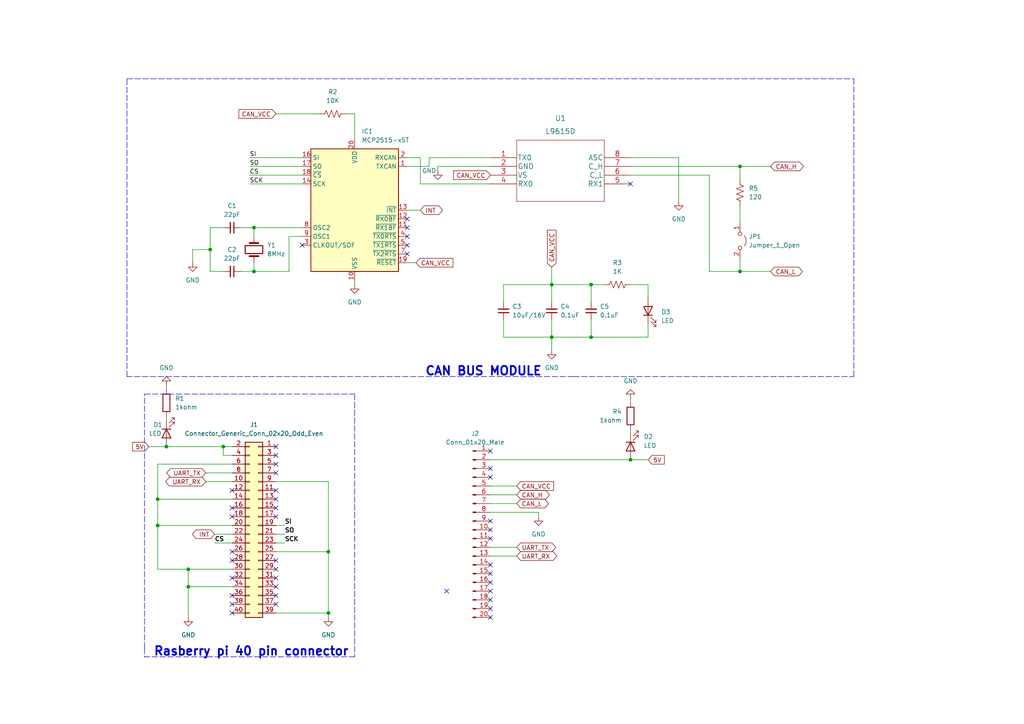
<source format=kicad_sch>
(kicad_sch (version 20211123) (generator eeschema)

  (uuid a01b0dc7-a528-45b4-9d7e-e344fd7d6b23)

  (paper "A4")

  (lib_symbols
    (symbol "Connector:Conn_01x20_Male" (pin_names (offset 1.016) hide) (in_bom yes) (on_board yes)
      (property "Reference" "J" (id 0) (at 0 25.4 0)
        (effects (font (size 1.27 1.27)))
      )
      (property "Value" "Conn_01x20_Male" (id 1) (at 0 -27.94 0)
        (effects (font (size 1.27 1.27)))
      )
      (property "Footprint" "" (id 2) (at 0 0 0)
        (effects (font (size 1.27 1.27)) hide)
      )
      (property "Datasheet" "~" (id 3) (at 0 0 0)
        (effects (font (size 1.27 1.27)) hide)
      )
      (property "ki_keywords" "connector" (id 4) (at 0 0 0)
        (effects (font (size 1.27 1.27)) hide)
      )
      (property "ki_description" "Generic connector, single row, 01x20, script generated (kicad-library-utils/schlib/autogen/connector/)" (id 5) (at 0 0 0)
        (effects (font (size 1.27 1.27)) hide)
      )
      (property "ki_fp_filters" "Connector*:*_1x??_*" (id 6) (at 0 0 0)
        (effects (font (size 1.27 1.27)) hide)
      )
      (symbol "Conn_01x20_Male_1_1"
        (polyline
          (pts
            (xy 1.27 -25.4)
            (xy 0.8636 -25.4)
          )
          (stroke (width 0.1524) (type default) (color 0 0 0 0))
          (fill (type none))
        )
        (polyline
          (pts
            (xy 1.27 -22.86)
            (xy 0.8636 -22.86)
          )
          (stroke (width 0.1524) (type default) (color 0 0 0 0))
          (fill (type none))
        )
        (polyline
          (pts
            (xy 1.27 -20.32)
            (xy 0.8636 -20.32)
          )
          (stroke (width 0.1524) (type default) (color 0 0 0 0))
          (fill (type none))
        )
        (polyline
          (pts
            (xy 1.27 -17.78)
            (xy 0.8636 -17.78)
          )
          (stroke (width 0.1524) (type default) (color 0 0 0 0))
          (fill (type none))
        )
        (polyline
          (pts
            (xy 1.27 -15.24)
            (xy 0.8636 -15.24)
          )
          (stroke (width 0.1524) (type default) (color 0 0 0 0))
          (fill (type none))
        )
        (polyline
          (pts
            (xy 1.27 -12.7)
            (xy 0.8636 -12.7)
          )
          (stroke (width 0.1524) (type default) (color 0 0 0 0))
          (fill (type none))
        )
        (polyline
          (pts
            (xy 1.27 -10.16)
            (xy 0.8636 -10.16)
          )
          (stroke (width 0.1524) (type default) (color 0 0 0 0))
          (fill (type none))
        )
        (polyline
          (pts
            (xy 1.27 -7.62)
            (xy 0.8636 -7.62)
          )
          (stroke (width 0.1524) (type default) (color 0 0 0 0))
          (fill (type none))
        )
        (polyline
          (pts
            (xy 1.27 -5.08)
            (xy 0.8636 -5.08)
          )
          (stroke (width 0.1524) (type default) (color 0 0 0 0))
          (fill (type none))
        )
        (polyline
          (pts
            (xy 1.27 -2.54)
            (xy 0.8636 -2.54)
          )
          (stroke (width 0.1524) (type default) (color 0 0 0 0))
          (fill (type none))
        )
        (polyline
          (pts
            (xy 1.27 0)
            (xy 0.8636 0)
          )
          (stroke (width 0.1524) (type default) (color 0 0 0 0))
          (fill (type none))
        )
        (polyline
          (pts
            (xy 1.27 2.54)
            (xy 0.8636 2.54)
          )
          (stroke (width 0.1524) (type default) (color 0 0 0 0))
          (fill (type none))
        )
        (polyline
          (pts
            (xy 1.27 5.08)
            (xy 0.8636 5.08)
          )
          (stroke (width 0.1524) (type default) (color 0 0 0 0))
          (fill (type none))
        )
        (polyline
          (pts
            (xy 1.27 7.62)
            (xy 0.8636 7.62)
          )
          (stroke (width 0.1524) (type default) (color 0 0 0 0))
          (fill (type none))
        )
        (polyline
          (pts
            (xy 1.27 10.16)
            (xy 0.8636 10.16)
          )
          (stroke (width 0.1524) (type default) (color 0 0 0 0))
          (fill (type none))
        )
        (polyline
          (pts
            (xy 1.27 12.7)
            (xy 0.8636 12.7)
          )
          (stroke (width 0.1524) (type default) (color 0 0 0 0))
          (fill (type none))
        )
        (polyline
          (pts
            (xy 1.27 15.24)
            (xy 0.8636 15.24)
          )
          (stroke (width 0.1524) (type default) (color 0 0 0 0))
          (fill (type none))
        )
        (polyline
          (pts
            (xy 1.27 17.78)
            (xy 0.8636 17.78)
          )
          (stroke (width 0.1524) (type default) (color 0 0 0 0))
          (fill (type none))
        )
        (polyline
          (pts
            (xy 1.27 20.32)
            (xy 0.8636 20.32)
          )
          (stroke (width 0.1524) (type default) (color 0 0 0 0))
          (fill (type none))
        )
        (polyline
          (pts
            (xy 1.27 22.86)
            (xy 0.8636 22.86)
          )
          (stroke (width 0.1524) (type default) (color 0 0 0 0))
          (fill (type none))
        )
        (rectangle (start 0.8636 -25.273) (end 0 -25.527)
          (stroke (width 0.1524) (type default) (color 0 0 0 0))
          (fill (type outline))
        )
        (rectangle (start 0.8636 -22.733) (end 0 -22.987)
          (stroke (width 0.1524) (type default) (color 0 0 0 0))
          (fill (type outline))
        )
        (rectangle (start 0.8636 -20.193) (end 0 -20.447)
          (stroke (width 0.1524) (type default) (color 0 0 0 0))
          (fill (type outline))
        )
        (rectangle (start 0.8636 -17.653) (end 0 -17.907)
          (stroke (width 0.1524) (type default) (color 0 0 0 0))
          (fill (type outline))
        )
        (rectangle (start 0.8636 -15.113) (end 0 -15.367)
          (stroke (width 0.1524) (type default) (color 0 0 0 0))
          (fill (type outline))
        )
        (rectangle (start 0.8636 -12.573) (end 0 -12.827)
          (stroke (width 0.1524) (type default) (color 0 0 0 0))
          (fill (type outline))
        )
        (rectangle (start 0.8636 -10.033) (end 0 -10.287)
          (stroke (width 0.1524) (type default) (color 0 0 0 0))
          (fill (type outline))
        )
        (rectangle (start 0.8636 -7.493) (end 0 -7.747)
          (stroke (width 0.1524) (type default) (color 0 0 0 0))
          (fill (type outline))
        )
        (rectangle (start 0.8636 -4.953) (end 0 -5.207)
          (stroke (width 0.1524) (type default) (color 0 0 0 0))
          (fill (type outline))
        )
        (rectangle (start 0.8636 -2.413) (end 0 -2.667)
          (stroke (width 0.1524) (type default) (color 0 0 0 0))
          (fill (type outline))
        )
        (rectangle (start 0.8636 0.127) (end 0 -0.127)
          (stroke (width 0.1524) (type default) (color 0 0 0 0))
          (fill (type outline))
        )
        (rectangle (start 0.8636 2.667) (end 0 2.413)
          (stroke (width 0.1524) (type default) (color 0 0 0 0))
          (fill (type outline))
        )
        (rectangle (start 0.8636 5.207) (end 0 4.953)
          (stroke (width 0.1524) (type default) (color 0 0 0 0))
          (fill (type outline))
        )
        (rectangle (start 0.8636 7.747) (end 0 7.493)
          (stroke (width 0.1524) (type default) (color 0 0 0 0))
          (fill (type outline))
        )
        (rectangle (start 0.8636 10.287) (end 0 10.033)
          (stroke (width 0.1524) (type default) (color 0 0 0 0))
          (fill (type outline))
        )
        (rectangle (start 0.8636 12.827) (end 0 12.573)
          (stroke (width 0.1524) (type default) (color 0 0 0 0))
          (fill (type outline))
        )
        (rectangle (start 0.8636 15.367) (end 0 15.113)
          (stroke (width 0.1524) (type default) (color 0 0 0 0))
          (fill (type outline))
        )
        (rectangle (start 0.8636 17.907) (end 0 17.653)
          (stroke (width 0.1524) (type default) (color 0 0 0 0))
          (fill (type outline))
        )
        (rectangle (start 0.8636 20.447) (end 0 20.193)
          (stroke (width 0.1524) (type default) (color 0 0 0 0))
          (fill (type outline))
        )
        (rectangle (start 0.8636 22.987) (end 0 22.733)
          (stroke (width 0.1524) (type default) (color 0 0 0 0))
          (fill (type outline))
        )
        (pin passive line (at 5.08 22.86 180) (length 3.81)
          (name "Pin_1" (effects (font (size 1.27 1.27))))
          (number "1" (effects (font (size 1.27 1.27))))
        )
        (pin passive line (at 5.08 0 180) (length 3.81)
          (name "Pin_10" (effects (font (size 1.27 1.27))))
          (number "10" (effects (font (size 1.27 1.27))))
        )
        (pin passive line (at 5.08 -2.54 180) (length 3.81)
          (name "Pin_11" (effects (font (size 1.27 1.27))))
          (number "11" (effects (font (size 1.27 1.27))))
        )
        (pin passive line (at 5.08 -5.08 180) (length 3.81)
          (name "Pin_12" (effects (font (size 1.27 1.27))))
          (number "12" (effects (font (size 1.27 1.27))))
        )
        (pin passive line (at 5.08 -7.62 180) (length 3.81)
          (name "Pin_13" (effects (font (size 1.27 1.27))))
          (number "13" (effects (font (size 1.27 1.27))))
        )
        (pin passive line (at 5.08 -10.16 180) (length 3.81)
          (name "Pin_14" (effects (font (size 1.27 1.27))))
          (number "14" (effects (font (size 1.27 1.27))))
        )
        (pin passive line (at 5.08 -12.7 180) (length 3.81)
          (name "Pin_15" (effects (font (size 1.27 1.27))))
          (number "15" (effects (font (size 1.27 1.27))))
        )
        (pin passive line (at 5.08 -15.24 180) (length 3.81)
          (name "Pin_16" (effects (font (size 1.27 1.27))))
          (number "16" (effects (font (size 1.27 1.27))))
        )
        (pin passive line (at 5.08 -17.78 180) (length 3.81)
          (name "Pin_17" (effects (font (size 1.27 1.27))))
          (number "17" (effects (font (size 1.27 1.27))))
        )
        (pin passive line (at 5.08 -20.32 180) (length 3.81)
          (name "Pin_18" (effects (font (size 1.27 1.27))))
          (number "18" (effects (font (size 1.27 1.27))))
        )
        (pin passive line (at 5.08 -22.86 180) (length 3.81)
          (name "Pin_19" (effects (font (size 1.27 1.27))))
          (number "19" (effects (font (size 1.27 1.27))))
        )
        (pin passive line (at 5.08 20.32 180) (length 3.81)
          (name "Pin_2" (effects (font (size 1.27 1.27))))
          (number "2" (effects (font (size 1.27 1.27))))
        )
        (pin passive line (at 5.08 -25.4 180) (length 3.81)
          (name "Pin_20" (effects (font (size 1.27 1.27))))
          (number "20" (effects (font (size 1.27 1.27))))
        )
        (pin passive line (at 5.08 17.78 180) (length 3.81)
          (name "Pin_3" (effects (font (size 1.27 1.27))))
          (number "3" (effects (font (size 1.27 1.27))))
        )
        (pin passive line (at 5.08 15.24 180) (length 3.81)
          (name "Pin_4" (effects (font (size 1.27 1.27))))
          (number "4" (effects (font (size 1.27 1.27))))
        )
        (pin passive line (at 5.08 12.7 180) (length 3.81)
          (name "Pin_5" (effects (font (size 1.27 1.27))))
          (number "5" (effects (font (size 1.27 1.27))))
        )
        (pin passive line (at 5.08 10.16 180) (length 3.81)
          (name "Pin_6" (effects (font (size 1.27 1.27))))
          (number "6" (effects (font (size 1.27 1.27))))
        )
        (pin passive line (at 5.08 7.62 180) (length 3.81)
          (name "Pin_7" (effects (font (size 1.27 1.27))))
          (number "7" (effects (font (size 1.27 1.27))))
        )
        (pin passive line (at 5.08 5.08 180) (length 3.81)
          (name "Pin_8" (effects (font (size 1.27 1.27))))
          (number "8" (effects (font (size 1.27 1.27))))
        )
        (pin passive line (at 5.08 2.54 180) (length 3.81)
          (name "Pin_9" (effects (font (size 1.27 1.27))))
          (number "9" (effects (font (size 1.27 1.27))))
        )
      )
    )
    (symbol "Device:C_Small" (pin_numbers hide) (pin_names (offset 0.254) hide) (in_bom yes) (on_board yes)
      (property "Reference" "C" (id 0) (at 0.254 1.778 0)
        (effects (font (size 1.27 1.27)) (justify left))
      )
      (property "Value" "C_Small" (id 1) (at 0.254 -2.032 0)
        (effects (font (size 1.27 1.27)) (justify left))
      )
      (property "Footprint" "" (id 2) (at 0 0 0)
        (effects (font (size 1.27 1.27)) hide)
      )
      (property "Datasheet" "~" (id 3) (at 0 0 0)
        (effects (font (size 1.27 1.27)) hide)
      )
      (property "ki_keywords" "capacitor cap" (id 4) (at 0 0 0)
        (effects (font (size 1.27 1.27)) hide)
      )
      (property "ki_description" "Unpolarized capacitor, small symbol" (id 5) (at 0 0 0)
        (effects (font (size 1.27 1.27)) hide)
      )
      (property "ki_fp_filters" "C_*" (id 6) (at 0 0 0)
        (effects (font (size 1.27 1.27)) hide)
      )
      (symbol "C_Small_0_1"
        (polyline
          (pts
            (xy -1.524 -0.508)
            (xy 1.524 -0.508)
          )
          (stroke (width 0.3302) (type default) (color 0 0 0 0))
          (fill (type none))
        )
        (polyline
          (pts
            (xy -1.524 0.508)
            (xy 1.524 0.508)
          )
          (stroke (width 0.3048) (type default) (color 0 0 0 0))
          (fill (type none))
        )
      )
      (symbol "C_Small_1_1"
        (pin passive line (at 0 2.54 270) (length 2.032)
          (name "~" (effects (font (size 1.27 1.27))))
          (number "1" (effects (font (size 1.27 1.27))))
        )
        (pin passive line (at 0 -2.54 90) (length 2.032)
          (name "~" (effects (font (size 1.27 1.27))))
          (number "2" (effects (font (size 1.27 1.27))))
        )
      )
    )
    (symbol "Device:Crystal" (pin_numbers hide) (pin_names (offset 1.016) hide) (in_bom yes) (on_board yes)
      (property "Reference" "Y" (id 0) (at 0 3.81 0)
        (effects (font (size 1.27 1.27)))
      )
      (property "Value" "Crystal" (id 1) (at 0 -3.81 0)
        (effects (font (size 1.27 1.27)))
      )
      (property "Footprint" "" (id 2) (at 0 0 0)
        (effects (font (size 1.27 1.27)) hide)
      )
      (property "Datasheet" "~" (id 3) (at 0 0 0)
        (effects (font (size 1.27 1.27)) hide)
      )
      (property "ki_keywords" "quartz ceramic resonator oscillator" (id 4) (at 0 0 0)
        (effects (font (size 1.27 1.27)) hide)
      )
      (property "ki_description" "Two pin crystal" (id 5) (at 0 0 0)
        (effects (font (size 1.27 1.27)) hide)
      )
      (property "ki_fp_filters" "Crystal*" (id 6) (at 0 0 0)
        (effects (font (size 1.27 1.27)) hide)
      )
      (symbol "Crystal_0_1"
        (rectangle (start -1.143 2.54) (end 1.143 -2.54)
          (stroke (width 0.3048) (type default) (color 0 0 0 0))
          (fill (type none))
        )
        (polyline
          (pts
            (xy -2.54 0)
            (xy -1.905 0)
          )
          (stroke (width 0) (type default) (color 0 0 0 0))
          (fill (type none))
        )
        (polyline
          (pts
            (xy -1.905 -1.27)
            (xy -1.905 1.27)
          )
          (stroke (width 0.508) (type default) (color 0 0 0 0))
          (fill (type none))
        )
        (polyline
          (pts
            (xy 1.905 -1.27)
            (xy 1.905 1.27)
          )
          (stroke (width 0.508) (type default) (color 0 0 0 0))
          (fill (type none))
        )
        (polyline
          (pts
            (xy 2.54 0)
            (xy 1.905 0)
          )
          (stroke (width 0) (type default) (color 0 0 0 0))
          (fill (type none))
        )
      )
      (symbol "Crystal_1_1"
        (pin passive line (at -3.81 0 0) (length 1.27)
          (name "1" (effects (font (size 1.27 1.27))))
          (number "1" (effects (font (size 1.27 1.27))))
        )
        (pin passive line (at 3.81 0 180) (length 1.27)
          (name "2" (effects (font (size 1.27 1.27))))
          (number "2" (effects (font (size 1.27 1.27))))
        )
      )
    )
    (symbol "Device:LED" (pin_numbers hide) (pin_names (offset 1.016) hide) (in_bom yes) (on_board yes)
      (property "Reference" "D" (id 0) (at 0 2.54 0)
        (effects (font (size 1.27 1.27)))
      )
      (property "Value" "LED" (id 1) (at 0 -2.54 0)
        (effects (font (size 1.27 1.27)))
      )
      (property "Footprint" "" (id 2) (at 0 0 0)
        (effects (font (size 1.27 1.27)) hide)
      )
      (property "Datasheet" "~" (id 3) (at 0 0 0)
        (effects (font (size 1.27 1.27)) hide)
      )
      (property "ki_keywords" "LED diode" (id 4) (at 0 0 0)
        (effects (font (size 1.27 1.27)) hide)
      )
      (property "ki_description" "Light emitting diode" (id 5) (at 0 0 0)
        (effects (font (size 1.27 1.27)) hide)
      )
      (property "ki_fp_filters" "LED* LED_SMD:* LED_THT:*" (id 6) (at 0 0 0)
        (effects (font (size 1.27 1.27)) hide)
      )
      (symbol "LED_0_1"
        (polyline
          (pts
            (xy -1.27 -1.27)
            (xy -1.27 1.27)
          )
          (stroke (width 0.254) (type default) (color 0 0 0 0))
          (fill (type none))
        )
        (polyline
          (pts
            (xy -1.27 0)
            (xy 1.27 0)
          )
          (stroke (width 0) (type default) (color 0 0 0 0))
          (fill (type none))
        )
        (polyline
          (pts
            (xy 1.27 -1.27)
            (xy 1.27 1.27)
            (xy -1.27 0)
            (xy 1.27 -1.27)
          )
          (stroke (width 0.254) (type default) (color 0 0 0 0))
          (fill (type none))
        )
        (polyline
          (pts
            (xy -3.048 -0.762)
            (xy -4.572 -2.286)
            (xy -3.81 -2.286)
            (xy -4.572 -2.286)
            (xy -4.572 -1.524)
          )
          (stroke (width 0) (type default) (color 0 0 0 0))
          (fill (type none))
        )
        (polyline
          (pts
            (xy -1.778 -0.762)
            (xy -3.302 -2.286)
            (xy -2.54 -2.286)
            (xy -3.302 -2.286)
            (xy -3.302 -1.524)
          )
          (stroke (width 0) (type default) (color 0 0 0 0))
          (fill (type none))
        )
      )
      (symbol "LED_1_1"
        (pin passive line (at -3.81 0 0) (length 2.54)
          (name "K" (effects (font (size 1.27 1.27))))
          (number "1" (effects (font (size 1.27 1.27))))
        )
        (pin passive line (at 3.81 0 180) (length 2.54)
          (name "A" (effects (font (size 1.27 1.27))))
          (number "2" (effects (font (size 1.27 1.27))))
        )
      )
    )
    (symbol "Device:R" (pin_numbers hide) (pin_names (offset 0)) (in_bom yes) (on_board yes)
      (property "Reference" "R" (id 0) (at 2.032 0 90)
        (effects (font (size 1.27 1.27)))
      )
      (property "Value" "R" (id 1) (at 0 0 90)
        (effects (font (size 1.27 1.27)))
      )
      (property "Footprint" "" (id 2) (at -1.778 0 90)
        (effects (font (size 1.27 1.27)) hide)
      )
      (property "Datasheet" "~" (id 3) (at 0 0 0)
        (effects (font (size 1.27 1.27)) hide)
      )
      (property "ki_keywords" "R res resistor" (id 4) (at 0 0 0)
        (effects (font (size 1.27 1.27)) hide)
      )
      (property "ki_description" "Resistor" (id 5) (at 0 0 0)
        (effects (font (size 1.27 1.27)) hide)
      )
      (property "ki_fp_filters" "R_*" (id 6) (at 0 0 0)
        (effects (font (size 1.27 1.27)) hide)
      )
      (symbol "R_0_1"
        (rectangle (start -1.016 -2.54) (end 1.016 2.54)
          (stroke (width 0.254) (type default) (color 0 0 0 0))
          (fill (type none))
        )
      )
      (symbol "R_1_1"
        (pin passive line (at 0 3.81 270) (length 1.27)
          (name "~" (effects (font (size 1.27 1.27))))
          (number "1" (effects (font (size 1.27 1.27))))
        )
        (pin passive line (at 0 -3.81 90) (length 1.27)
          (name "~" (effects (font (size 1.27 1.27))))
          (number "2" (effects (font (size 1.27 1.27))))
        )
      )
    )
    (symbol "Device:R_US" (pin_numbers hide) (pin_names (offset 0)) (in_bom yes) (on_board yes)
      (property "Reference" "R" (id 0) (at 2.54 0 90)
        (effects (font (size 1.27 1.27)))
      )
      (property "Value" "R_US" (id 1) (at -2.54 0 90)
        (effects (font (size 1.27 1.27)))
      )
      (property "Footprint" "" (id 2) (at 1.016 -0.254 90)
        (effects (font (size 1.27 1.27)) hide)
      )
      (property "Datasheet" "~" (id 3) (at 0 0 0)
        (effects (font (size 1.27 1.27)) hide)
      )
      (property "ki_keywords" "R res resistor" (id 4) (at 0 0 0)
        (effects (font (size 1.27 1.27)) hide)
      )
      (property "ki_description" "Resistor, US symbol" (id 5) (at 0 0 0)
        (effects (font (size 1.27 1.27)) hide)
      )
      (property "ki_fp_filters" "R_*" (id 6) (at 0 0 0)
        (effects (font (size 1.27 1.27)) hide)
      )
      (symbol "R_US_0_1"
        (polyline
          (pts
            (xy 0 -2.286)
            (xy 0 -2.54)
          )
          (stroke (width 0) (type default) (color 0 0 0 0))
          (fill (type none))
        )
        (polyline
          (pts
            (xy 0 2.286)
            (xy 0 2.54)
          )
          (stroke (width 0) (type default) (color 0 0 0 0))
          (fill (type none))
        )
        (polyline
          (pts
            (xy 0 -0.762)
            (xy 1.016 -1.143)
            (xy 0 -1.524)
            (xy -1.016 -1.905)
            (xy 0 -2.286)
          )
          (stroke (width 0) (type default) (color 0 0 0 0))
          (fill (type none))
        )
        (polyline
          (pts
            (xy 0 0.762)
            (xy 1.016 0.381)
            (xy 0 0)
            (xy -1.016 -0.381)
            (xy 0 -0.762)
          )
          (stroke (width 0) (type default) (color 0 0 0 0))
          (fill (type none))
        )
        (polyline
          (pts
            (xy 0 2.286)
            (xy 1.016 1.905)
            (xy 0 1.524)
            (xy -1.016 1.143)
            (xy 0 0.762)
          )
          (stroke (width 0) (type default) (color 0 0 0 0))
          (fill (type none))
        )
      )
      (symbol "R_US_1_1"
        (pin passive line (at 0 3.81 270) (length 1.27)
          (name "~" (effects (font (size 1.27 1.27))))
          (number "1" (effects (font (size 1.27 1.27))))
        )
        (pin passive line (at 0 -3.81 90) (length 1.27)
          (name "~" (effects (font (size 1.27 1.27))))
          (number "2" (effects (font (size 1.27 1.27))))
        )
      )
    )
    (symbol "Interface_CAN_LIN:MCP2515-xST" (in_bom yes) (on_board yes)
      (property "Reference" "IC1" (id 0) (at 2.0194 22.86 0)
        (effects (font (size 1.27 1.27)) (justify left))
      )
      (property "Value" "MCP2515-xST" (id 1) (at 2.0194 20.32 0)
        (effects (font (size 1.27 1.27)) (justify left))
      )
      (property "Footprint" "Package_SO:TSSOP-20_4.4x6.5mm_P0.65mm" (id 2) (at 0 -22.86 0)
        (effects (font (size 1.27 1.27) italic) hide)
      )
      (property "Datasheet" "http://ww1.microchip.com/downloads/en/DeviceDoc/21801e.pdf" (id 3) (at 2.54 -20.32 0)
        (effects (font (size 1.27 1.27)) hide)
      )
      (property "ki_keywords" "CAN Controller SPI" (id 4) (at 0 0 0)
        (effects (font (size 1.27 1.27)) hide)
      )
      (property "ki_description" "Stand-Alone CAN Controller with SPI Interface, TSSOP-20" (id 5) (at 0 0 0)
        (effects (font (size 1.27 1.27)) hide)
      )
      (property "ki_fp_filters" "TSSOP*4.4x6.5mm*P0.65mm*" (id 6) (at 0 0 0)
        (effects (font (size 1.27 1.27)) hide)
      )
      (symbol "MCP2515-xST_0_1"
        (rectangle (start -12.7 17.78) (end 12.7 -17.78)
          (stroke (width 0.254) (type default) (color 0 0 0 0))
          (fill (type background))
        )
      )
      (symbol "MCP2515-xST_1_1"
        (pin output line (at 15.24 12.7 180) (length 2.54)
          (name "TXCAN" (effects (font (size 1.27 1.27))))
          (number "1" (effects (font (size 1.27 1.27))))
        )
        (pin power_out line (at 0 -20.32 90) (length 2.54)
          (name "VSS" (effects (font (size 1.27 1.27))))
          (number "10" (effects (font (size 1.27 1.27))))
        )
        (pin output line (at 15.24 -5.08 180) (length 2.54)
          (name "~{RX1BF}" (effects (font (size 1.27 1.27))))
          (number "11" (effects (font (size 1.27 1.27))))
        )
        (pin output line (at 15.24 -2.54 180) (length 2.54)
          (name "~{RX0BF}" (effects (font (size 1.27 1.27))))
          (number "12" (effects (font (size 1.27 1.27))))
        )
        (pin output line (at 15.24 0 180) (length 2.54)
          (name "~{INT}" (effects (font (size 1.27 1.27))))
          (number "13" (effects (font (size 1.27 1.27))))
        )
        (pin input line (at -15.24 7.62 0) (length 2.54)
          (name "SCK" (effects (font (size 1.27 1.27))))
          (number "14" (effects (font (size 1.27 1.27))))
        )
        (pin no_connect line (at -12.7 -2.54 0) (length 2.54) hide
          (name "NC" (effects (font (size 1.27 1.27))))
          (number "15" (effects (font (size 1.27 1.27))))
        )
        (pin input line (at -15.24 15.24 0) (length 2.54)
          (name "SI" (effects (font (size 1.27 1.27))))
          (number "16" (effects (font (size 1.27 1.27))))
        )
        (pin output line (at -15.24 12.7 0) (length 2.54)
          (name "SO" (effects (font (size 1.27 1.27))))
          (number "17" (effects (font (size 1.27 1.27))))
        )
        (pin input line (at -15.24 10.16 0) (length 2.54)
          (name "~{CS}" (effects (font (size 1.27 1.27))))
          (number "18" (effects (font (size 1.27 1.27))))
        )
        (pin input line (at 15.24 -15.24 180) (length 2.54)
          (name "~{RESET}" (effects (font (size 1.27 1.27))))
          (number "19" (effects (font (size 1.27 1.27))))
        )
        (pin input line (at 15.24 15.24 180) (length 2.54)
          (name "RXCAN" (effects (font (size 1.27 1.27))))
          (number "2" (effects (font (size 1.27 1.27))))
        )
        (pin input line (at 0 20.32 270) (length 2.54)
          (name "VDD" (effects (font (size 1.27 1.27))))
          (number "20" (effects (font (size 1.27 1.27))))
        )
        (pin output line (at -15.24 -10.16 0) (length 2.54)
          (name "CLKOUT/SOF" (effects (font (size 1.27 1.27))))
          (number "3" (effects (font (size 1.27 1.27))))
        )
        (pin input line (at 15.24 -7.62 180) (length 2.54)
          (name "~{TX0RTS}" (effects (font (size 1.27 1.27))))
          (number "4" (effects (font (size 1.27 1.27))))
        )
        (pin input line (at 15.24 -10.16 180) (length 2.54)
          (name "~{TX1RTS}" (effects (font (size 1.27 1.27))))
          (number "5" (effects (font (size 1.27 1.27))))
        )
        (pin no_connect line (at -12.7 0 0) (length 2.54) hide
          (name "NC" (effects (font (size 1.27 1.27))))
          (number "6" (effects (font (size 1.27 1.27))))
        )
        (pin input line (at 15.24 -12.7 180) (length 2.54)
          (name "~{TX2RTS}" (effects (font (size 1.27 1.27))))
          (number "7" (effects (font (size 1.27 1.27))))
        )
        (pin output line (at -15.24 -5.08 0) (length 2.54)
          (name "OSC2" (effects (font (size 1.27 1.27))))
          (number "8" (effects (font (size 1.27 1.27))))
        )
        (pin input line (at -15.24 -7.62 0) (length 2.54)
          (name "OSC1" (effects (font (size 1.27 1.27))))
          (number "9" (effects (font (size 1.27 1.27))))
        )
      )
    )
    (symbol "Jumper:Jumper_2_Open" (pin_names (offset 0) hide) (in_bom yes) (on_board yes)
      (property "Reference" "JP" (id 0) (at 0 2.794 0)
        (effects (font (size 1.27 1.27)))
      )
      (property "Value" "Jumper_2_Open" (id 1) (at 0 -2.286 0)
        (effects (font (size 1.27 1.27)))
      )
      (property "Footprint" "" (id 2) (at 0 0 0)
        (effects (font (size 1.27 1.27)) hide)
      )
      (property "Datasheet" "~" (id 3) (at 0 0 0)
        (effects (font (size 1.27 1.27)) hide)
      )
      (property "ki_keywords" "Jumper SPST" (id 4) (at 0 0 0)
        (effects (font (size 1.27 1.27)) hide)
      )
      (property "ki_description" "Jumper, 2-pole, open" (id 5) (at 0 0 0)
        (effects (font (size 1.27 1.27)) hide)
      )
      (property "ki_fp_filters" "Jumper* TestPoint*2Pads* TestPoint*Bridge*" (id 6) (at 0 0 0)
        (effects (font (size 1.27 1.27)) hide)
      )
      (symbol "Jumper_2_Open_0_0"
        (circle (center -2.032 0) (radius 0.508)
          (stroke (width 0) (type default) (color 0 0 0 0))
          (fill (type none))
        )
        (circle (center 2.032 0) (radius 0.508)
          (stroke (width 0) (type default) (color 0 0 0 0))
          (fill (type none))
        )
      )
      (symbol "Jumper_2_Open_0_1"
        (arc (start 1.524 1.27) (mid 0 1.778) (end -1.524 1.27)
          (stroke (width 0) (type default) (color 0 0 0 0))
          (fill (type none))
        )
      )
      (symbol "Jumper_2_Open_1_1"
        (pin passive line (at -5.08 0 0) (length 2.54)
          (name "A" (effects (font (size 1.27 1.27))))
          (number "1" (effects (font (size 1.27 1.27))))
        )
        (pin passive line (at 5.08 0 180) (length 2.54)
          (name "B" (effects (font (size 1.27 1.27))))
          (number "2" (effects (font (size 1.27 1.27))))
        )
      )
    )
    (symbol "L9615D:L9615D" (pin_names (offset 0.254)) (in_bom yes) (on_board yes)
      (property "Reference" "U1" (id 0) (at 20.32 11.43 0)
        (effects (font (size 1.524 1.524)))
      )
      (property "Value" "L9615D" (id 1) (at 20.32 7.62 0)
        (effects (font (size 1.524 1.524)))
      )
      (property "Footprint" "Package_SO:SOIC-8-1EP_3.9x4.9mm_P1.27mm_EP2.29x3mm" (id 2) (at 20.32 6.096 0)
        (effects (font (size 1.524 1.524)) hide)
      )
      (property "Datasheet" "" (id 3) (at 0 0 0)
        (effects (font (size 1.524 1.524)))
      )
      (property "ki_locked" "" (id 4) (at 0 0 0)
        (effects (font (size 1.27 1.27)))
      )
      (property "ki_fp_filters" "SO_15D_STM SO_15D_STM-M SO_15D_STM-L" (id 5) (at 0 0 0)
        (effects (font (size 1.27 1.27)) hide)
      )
      (symbol "L9615D_1_1"
        (polyline
          (pts
            (xy 7.62 -12.7)
            (xy 33.02 -12.7)
          )
          (stroke (width 0.127) (type default) (color 0 0 0 0))
          (fill (type none))
        )
        (polyline
          (pts
            (xy 7.62 5.08)
            (xy 7.62 -12.7)
          )
          (stroke (width 0.127) (type default) (color 0 0 0 0))
          (fill (type none))
        )
        (polyline
          (pts
            (xy 33.02 -12.7)
            (xy 33.02 5.08)
          )
          (stroke (width 0.127) (type default) (color 0 0 0 0))
          (fill (type none))
        )
        (polyline
          (pts
            (xy 33.02 5.08)
            (xy 7.62 5.08)
          )
          (stroke (width 0.127) (type default) (color 0 0 0 0))
          (fill (type none))
        )
        (pin unspecified line (at 0 0 0) (length 7.62)
          (name "TX0" (effects (font (size 1.4986 1.4986))))
          (number "1" (effects (font (size 1.4986 1.4986))))
        )
        (pin input line (at 0 -2.54 0) (length 7.62)
          (name "GND" (effects (font (size 1.4986 1.4986))))
          (number "2" (effects (font (size 1.4986 1.4986))))
        )
        (pin unspecified line (at 0 -5.08 0) (length 7.62)
          (name "VS" (effects (font (size 1.4986 1.4986))))
          (number "3" (effects (font (size 1.4986 1.4986))))
        )
        (pin bidirectional line (at 0 -7.62 0) (length 7.62)
          (name "RX0" (effects (font (size 1.4986 1.4986))))
          (number "4" (effects (font (size 1.4986 1.4986))))
        )
        (pin bidirectional line (at 40.64 -7.62 180) (length 7.62)
          (name "RX1" (effects (font (size 1.4986 1.4986))))
          (number "5" (effects (font (size 1.4986 1.4986))))
        )
        (pin unspecified line (at 40.64 -5.08 180) (length 7.62)
          (name "C_L" (effects (font (size 1.4986 1.4986))))
          (number "6" (effects (font (size 1.4986 1.4986))))
        )
        (pin unspecified line (at 40.64 -2.54 180) (length 7.62)
          (name "C_H" (effects (font (size 1.4986 1.4986))))
          (number "7" (effects (font (size 1.4986 1.4986))))
        )
        (pin unspecified line (at 40.64 0 180) (length 7.62)
          (name "ASC" (effects (font (size 1.4986 1.4986))))
          (number "8" (effects (font (size 1.4986 1.4986))))
        )
      )
    )
    (symbol "Raspberry Pi Zero W-cache:Connector_Generic_Conn_02x20_Odd_Even" (pin_names (offset 1.016) hide) (in_bom yes) (on_board yes)
      (property "Reference" "J" (id 0) (at 1.27 25.4 0)
        (effects (font (size 1.27 1.27)))
      )
      (property "Value" "Connector_Generic_Conn_02x20_Odd_Even" (id 1) (at 1.27 -27.94 0)
        (effects (font (size 1.27 1.27)))
      )
      (property "Footprint" "" (id 2) (at 0 0 0)
        (effects (font (size 1.27 1.27)) hide)
      )
      (property "Datasheet" "" (id 3) (at 0 0 0)
        (effects (font (size 1.27 1.27)) hide)
      )
      (property "ki_fp_filters" "Connector*:*_2x??_*" (id 4) (at 0 0 0)
        (effects (font (size 1.27 1.27)) hide)
      )
      (symbol "Connector_Generic_Conn_02x20_Odd_Even_1_1"
        (rectangle (start -1.27 -25.273) (end 0 -25.527)
          (stroke (width 0.1524) (type default) (color 0 0 0 0))
          (fill (type none))
        )
        (rectangle (start -1.27 -22.733) (end 0 -22.987)
          (stroke (width 0.1524) (type default) (color 0 0 0 0))
          (fill (type none))
        )
        (rectangle (start -1.27 -20.193) (end 0 -20.447)
          (stroke (width 0.1524) (type default) (color 0 0 0 0))
          (fill (type none))
        )
        (rectangle (start -1.27 -17.653) (end 0 -17.907)
          (stroke (width 0.1524) (type default) (color 0 0 0 0))
          (fill (type none))
        )
        (rectangle (start -1.27 -15.113) (end 0 -15.367)
          (stroke (width 0.1524) (type default) (color 0 0 0 0))
          (fill (type none))
        )
        (rectangle (start -1.27 -12.573) (end 0 -12.827)
          (stroke (width 0.1524) (type default) (color 0 0 0 0))
          (fill (type none))
        )
        (rectangle (start -1.27 -10.033) (end 0 -10.287)
          (stroke (width 0.1524) (type default) (color 0 0 0 0))
          (fill (type none))
        )
        (rectangle (start -1.27 -7.493) (end 0 -7.747)
          (stroke (width 0.1524) (type default) (color 0 0 0 0))
          (fill (type none))
        )
        (rectangle (start -1.27 -4.953) (end 0 -5.207)
          (stroke (width 0.1524) (type default) (color 0 0 0 0))
          (fill (type none))
        )
        (rectangle (start -1.27 -2.413) (end 0 -2.667)
          (stroke (width 0.1524) (type default) (color 0 0 0 0))
          (fill (type none))
        )
        (rectangle (start -1.27 0.127) (end 0 -0.127)
          (stroke (width 0.1524) (type default) (color 0 0 0 0))
          (fill (type none))
        )
        (rectangle (start -1.27 2.667) (end 0 2.413)
          (stroke (width 0.1524) (type default) (color 0 0 0 0))
          (fill (type none))
        )
        (rectangle (start -1.27 5.207) (end 0 4.953)
          (stroke (width 0.1524) (type default) (color 0 0 0 0))
          (fill (type none))
        )
        (rectangle (start -1.27 7.747) (end 0 7.493)
          (stroke (width 0.1524) (type default) (color 0 0 0 0))
          (fill (type none))
        )
        (rectangle (start -1.27 10.287) (end 0 10.033)
          (stroke (width 0.1524) (type default) (color 0 0 0 0))
          (fill (type none))
        )
        (rectangle (start -1.27 12.827) (end 0 12.573)
          (stroke (width 0.1524) (type default) (color 0 0 0 0))
          (fill (type none))
        )
        (rectangle (start -1.27 15.367) (end 0 15.113)
          (stroke (width 0.1524) (type default) (color 0 0 0 0))
          (fill (type none))
        )
        (rectangle (start -1.27 17.907) (end 0 17.653)
          (stroke (width 0.1524) (type default) (color 0 0 0 0))
          (fill (type none))
        )
        (rectangle (start -1.27 20.447) (end 0 20.193)
          (stroke (width 0.1524) (type default) (color 0 0 0 0))
          (fill (type none))
        )
        (rectangle (start -1.27 22.987) (end 0 22.733)
          (stroke (width 0.1524) (type default) (color 0 0 0 0))
          (fill (type none))
        )
        (rectangle (start -1.27 24.13) (end 3.81 -26.67)
          (stroke (width 0.254) (type default) (color 0 0 0 0))
          (fill (type background))
        )
        (rectangle (start 3.81 -25.273) (end 2.54 -25.527)
          (stroke (width 0.1524) (type default) (color 0 0 0 0))
          (fill (type none))
        )
        (rectangle (start 3.81 -22.733) (end 2.54 -22.987)
          (stroke (width 0.1524) (type default) (color 0 0 0 0))
          (fill (type none))
        )
        (rectangle (start 3.81 -20.193) (end 2.54 -20.447)
          (stroke (width 0.1524) (type default) (color 0 0 0 0))
          (fill (type none))
        )
        (rectangle (start 3.81 -17.653) (end 2.54 -17.907)
          (stroke (width 0.1524) (type default) (color 0 0 0 0))
          (fill (type none))
        )
        (rectangle (start 3.81 -15.113) (end 2.54 -15.367)
          (stroke (width 0.1524) (type default) (color 0 0 0 0))
          (fill (type none))
        )
        (rectangle (start 3.81 -12.573) (end 2.54 -12.827)
          (stroke (width 0.1524) (type default) (color 0 0 0 0))
          (fill (type none))
        )
        (rectangle (start 3.81 -10.033) (end 2.54 -10.287)
          (stroke (width 0.1524) (type default) (color 0 0 0 0))
          (fill (type none))
        )
        (rectangle (start 3.81 -7.493) (end 2.54 -7.747)
          (stroke (width 0.1524) (type default) (color 0 0 0 0))
          (fill (type none))
        )
        (rectangle (start 3.81 -4.953) (end 2.54 -5.207)
          (stroke (width 0.1524) (type default) (color 0 0 0 0))
          (fill (type none))
        )
        (rectangle (start 3.81 -2.413) (end 2.54 -2.667)
          (stroke (width 0.1524) (type default) (color 0 0 0 0))
          (fill (type none))
        )
        (rectangle (start 3.81 0.127) (end 2.54 -0.127)
          (stroke (width 0.1524) (type default) (color 0 0 0 0))
          (fill (type none))
        )
        (rectangle (start 3.81 2.667) (end 2.54 2.413)
          (stroke (width 0.1524) (type default) (color 0 0 0 0))
          (fill (type none))
        )
        (rectangle (start 3.81 5.207) (end 2.54 4.953)
          (stroke (width 0.1524) (type default) (color 0 0 0 0))
          (fill (type none))
        )
        (rectangle (start 3.81 7.747) (end 2.54 7.493)
          (stroke (width 0.1524) (type default) (color 0 0 0 0))
          (fill (type none))
        )
        (rectangle (start 3.81 10.287) (end 2.54 10.033)
          (stroke (width 0.1524) (type default) (color 0 0 0 0))
          (fill (type none))
        )
        (rectangle (start 3.81 12.827) (end 2.54 12.573)
          (stroke (width 0.1524) (type default) (color 0 0 0 0))
          (fill (type none))
        )
        (rectangle (start 3.81 15.367) (end 2.54 15.113)
          (stroke (width 0.1524) (type default) (color 0 0 0 0))
          (fill (type none))
        )
        (rectangle (start 3.81 17.907) (end 2.54 17.653)
          (stroke (width 0.1524) (type default) (color 0 0 0 0))
          (fill (type none))
        )
        (rectangle (start 3.81 20.447) (end 2.54 20.193)
          (stroke (width 0.1524) (type default) (color 0 0 0 0))
          (fill (type none))
        )
        (rectangle (start 3.81 22.987) (end 2.54 22.733)
          (stroke (width 0.1524) (type default) (color 0 0 0 0))
          (fill (type none))
        )
        (pin passive line (at -5.08 22.86 0) (length 3.81)
          (name "Pin_1" (effects (font (size 1.27 1.27))))
          (number "1" (effects (font (size 1.27 1.27))))
        )
        (pin passive line (at 7.62 12.7 180) (length 3.81)
          (name "Pin_10" (effects (font (size 1.27 1.27))))
          (number "10" (effects (font (size 1.27 1.27))))
        )
        (pin passive line (at -5.08 10.16 0) (length 3.81)
          (name "Pin_11" (effects (font (size 1.27 1.27))))
          (number "11" (effects (font (size 1.27 1.27))))
        )
        (pin passive line (at 7.62 10.16 180) (length 3.81)
          (name "Pin_12" (effects (font (size 1.27 1.27))))
          (number "12" (effects (font (size 1.27 1.27))))
        )
        (pin passive line (at -5.08 7.62 0) (length 3.81)
          (name "Pin_13" (effects (font (size 1.27 1.27))))
          (number "13" (effects (font (size 1.27 1.27))))
        )
        (pin passive line (at 7.62 7.62 180) (length 3.81)
          (name "Pin_14" (effects (font (size 1.27 1.27))))
          (number "14" (effects (font (size 1.27 1.27))))
        )
        (pin passive line (at -5.08 5.08 0) (length 3.81)
          (name "Pin_15" (effects (font (size 1.27 1.27))))
          (number "15" (effects (font (size 1.27 1.27))))
        )
        (pin passive line (at 7.62 5.08 180) (length 3.81)
          (name "Pin_16" (effects (font (size 1.27 1.27))))
          (number "16" (effects (font (size 1.27 1.27))))
        )
        (pin passive line (at -5.08 2.54 0) (length 3.81)
          (name "Pin_17" (effects (font (size 1.27 1.27))))
          (number "17" (effects (font (size 1.27 1.27))))
        )
        (pin passive line (at 7.62 2.54 180) (length 3.81)
          (name "Pin_18" (effects (font (size 1.27 1.27))))
          (number "18" (effects (font (size 1.27 1.27))))
        )
        (pin passive line (at -5.08 0 0) (length 3.81)
          (name "Pin_19" (effects (font (size 1.27 1.27))))
          (number "19" (effects (font (size 1.27 1.27))))
        )
        (pin passive line (at 7.62 22.86 180) (length 3.81)
          (name "Pin_2" (effects (font (size 1.27 1.27))))
          (number "2" (effects (font (size 1.27 1.27))))
        )
        (pin passive line (at 7.62 0 180) (length 3.81)
          (name "Pin_20" (effects (font (size 1.27 1.27))))
          (number "20" (effects (font (size 1.27 1.27))))
        )
        (pin passive line (at -5.08 -2.54 0) (length 3.81)
          (name "Pin_21" (effects (font (size 1.27 1.27))))
          (number "21" (effects (font (size 1.27 1.27))))
        )
        (pin passive line (at 7.62 -2.54 180) (length 3.81)
          (name "Pin_22" (effects (font (size 1.27 1.27))))
          (number "22" (effects (font (size 1.27 1.27))))
        )
        (pin passive line (at -5.08 -5.08 0) (length 3.81)
          (name "Pin_23" (effects (font (size 1.27 1.27))))
          (number "23" (effects (font (size 1.27 1.27))))
        )
        (pin passive line (at 7.62 -5.08 180) (length 3.81)
          (name "Pin_24" (effects (font (size 1.27 1.27))))
          (number "24" (effects (font (size 1.27 1.27))))
        )
        (pin passive line (at -5.08 -7.62 0) (length 3.81)
          (name "Pin_25" (effects (font (size 1.27 1.27))))
          (number "25" (effects (font (size 1.27 1.27))))
        )
        (pin passive line (at 7.62 -7.62 180) (length 3.81)
          (name "Pin_26" (effects (font (size 1.27 1.27))))
          (number "26" (effects (font (size 1.27 1.27))))
        )
        (pin passive line (at -5.08 -10.16 0) (length 3.81)
          (name "Pin_27" (effects (font (size 1.27 1.27))))
          (number "27" (effects (font (size 1.27 1.27))))
        )
        (pin passive line (at 7.62 -10.16 180) (length 3.81)
          (name "Pin_28" (effects (font (size 1.27 1.27))))
          (number "28" (effects (font (size 1.27 1.27))))
        )
        (pin passive line (at -5.08 -12.7 0) (length 3.81)
          (name "Pin_29" (effects (font (size 1.27 1.27))))
          (number "29" (effects (font (size 1.27 1.27))))
        )
        (pin passive line (at -5.08 20.32 0) (length 3.81)
          (name "Pin_3" (effects (font (size 1.27 1.27))))
          (number "3" (effects (font (size 1.27 1.27))))
        )
        (pin passive line (at 7.62 -12.7 180) (length 3.81)
          (name "Pin_30" (effects (font (size 1.27 1.27))))
          (number "30" (effects (font (size 1.27 1.27))))
        )
        (pin passive line (at -5.08 -15.24 0) (length 3.81)
          (name "Pin_31" (effects (font (size 1.27 1.27))))
          (number "31" (effects (font (size 1.27 1.27))))
        )
        (pin passive line (at 7.62 -15.24 180) (length 3.81)
          (name "Pin_32" (effects (font (size 1.27 1.27))))
          (number "32" (effects (font (size 1.27 1.27))))
        )
        (pin passive line (at -5.08 -17.78 0) (length 3.81)
          (name "Pin_33" (effects (font (size 1.27 1.27))))
          (number "33" (effects (font (size 1.27 1.27))))
        )
        (pin passive line (at 7.62 -17.78 180) (length 3.81)
          (name "Pin_34" (effects (font (size 1.27 1.27))))
          (number "34" (effects (font (size 1.27 1.27))))
        )
        (pin passive line (at -5.08 -20.32 0) (length 3.81)
          (name "Pin_35" (effects (font (size 1.27 1.27))))
          (number "35" (effects (font (size 1.27 1.27))))
        )
        (pin passive line (at 7.62 -20.32 180) (length 3.81)
          (name "Pin_36" (effects (font (size 1.27 1.27))))
          (number "36" (effects (font (size 1.27 1.27))))
        )
        (pin passive line (at -5.08 -22.86 0) (length 3.81)
          (name "Pin_37" (effects (font (size 1.27 1.27))))
          (number "37" (effects (font (size 1.27 1.27))))
        )
        (pin passive line (at 7.62 -22.86 180) (length 3.81)
          (name "Pin_38" (effects (font (size 1.27 1.27))))
          (number "38" (effects (font (size 1.27 1.27))))
        )
        (pin passive line (at -5.08 -25.4 0) (length 3.81)
          (name "Pin_39" (effects (font (size 1.27 1.27))))
          (number "39" (effects (font (size 1.27 1.27))))
        )
        (pin passive line (at 7.62 20.32 180) (length 3.81)
          (name "Pin_4" (effects (font (size 1.27 1.27))))
          (number "4" (effects (font (size 1.27 1.27))))
        )
        (pin passive line (at 7.62 -25.4 180) (length 3.81)
          (name "Pin_40" (effects (font (size 1.27 1.27))))
          (number "40" (effects (font (size 1.27 1.27))))
        )
        (pin passive line (at -5.08 17.78 0) (length 3.81)
          (name "Pin_5" (effects (font (size 1.27 1.27))))
          (number "5" (effects (font (size 1.27 1.27))))
        )
        (pin passive line (at 7.62 17.78 180) (length 3.81)
          (name "Pin_6" (effects (font (size 1.27 1.27))))
          (number "6" (effects (font (size 1.27 1.27))))
        )
        (pin passive line (at -5.08 15.24 0) (length 3.81)
          (name "Pin_7" (effects (font (size 1.27 1.27))))
          (number "7" (effects (font (size 1.27 1.27))))
        )
        (pin passive line (at 7.62 15.24 180) (length 3.81)
          (name "Pin_8" (effects (font (size 1.27 1.27))))
          (number "8" (effects (font (size 1.27 1.27))))
        )
        (pin passive line (at -5.08 12.7 0) (length 3.81)
          (name "Pin_9" (effects (font (size 1.27 1.27))))
          (number "9" (effects (font (size 1.27 1.27))))
        )
      )
    )
    (symbol "power:GND" (power) (pin_names (offset 0)) (in_bom yes) (on_board yes)
      (property "Reference" "#PWR" (id 0) (at 0 -6.35 0)
        (effects (font (size 1.27 1.27)) hide)
      )
      (property "Value" "GND" (id 1) (at 0 -3.81 0)
        (effects (font (size 1.27 1.27)))
      )
      (property "Footprint" "" (id 2) (at 0 0 0)
        (effects (font (size 1.27 1.27)) hide)
      )
      (property "Datasheet" "" (id 3) (at 0 0 0)
        (effects (font (size 1.27 1.27)) hide)
      )
      (property "ki_keywords" "power-flag" (id 4) (at 0 0 0)
        (effects (font (size 1.27 1.27)) hide)
      )
      (property "ki_description" "Power symbol creates a global label with name \"GND\" , ground" (id 5) (at 0 0 0)
        (effects (font (size 1.27 1.27)) hide)
      )
      (symbol "GND_0_1"
        (polyline
          (pts
            (xy 0 0)
            (xy 0 -1.27)
            (xy 1.27 -1.27)
            (xy 0 -2.54)
            (xy -1.27 -1.27)
            (xy 0 -1.27)
          )
          (stroke (width 0) (type default) (color 0 0 0 0))
          (fill (type none))
        )
      )
      (symbol "GND_1_1"
        (pin power_in line (at 0 0 270) (length 0) hide
          (name "GND" (effects (font (size 1.27 1.27))))
          (number "1" (effects (font (size 1.27 1.27))))
        )
      )
    )
  )

  (junction (at 45.72 152.4) (diameter 0) (color 0 0 0 0)
    (uuid 23feb47a-24c1-4acd-a402-782e44cc8655)
  )
  (junction (at 54.61 165.1) (diameter 0) (color 0 0 0 0)
    (uuid 37f99fc3-d449-4aba-9bdf-d7beb939173e)
  )
  (junction (at 54.61 170.18) (diameter 0) (color 0 0 0 0)
    (uuid 7efeac89-1eda-4620-8720-ee3c97dc94a1)
  )
  (junction (at 182.88 133.35) (diameter 0) (color 0 0 0 0)
    (uuid 7f3a3ce5-c927-4c88-b78e-d716d67e6910)
  )
  (junction (at 160.02 82.55) (diameter 0) (color 0 0 0 0)
    (uuid 86b06c4e-95b3-43c3-a863-d3121644073d)
  )
  (junction (at 214.63 78.74) (diameter 0) (color 0 0 0 0)
    (uuid 8f9831e5-f9a0-49fe-bc57-a3cb7ad739f4)
  )
  (junction (at 73.66 66.04) (diameter 0) (color 0 0 0 0)
    (uuid 95b17b91-4bd5-42da-a30f-c68f72885485)
  )
  (junction (at 95.25 160.02) (diameter 0) (color 0 0 0 0)
    (uuid a384d355-59dd-4e25-ab5a-f8a7fbd217ca)
  )
  (junction (at 171.45 97.79) (diameter 0) (color 0 0 0 0)
    (uuid a762053b-1e17-4574-b3dc-d4c683b2ce08)
  )
  (junction (at 171.45 82.55) (diameter 0) (color 0 0 0 0)
    (uuid c16f2933-2285-4bfa-8a91-deadedd6e25d)
  )
  (junction (at 160.02 97.79) (diameter 0) (color 0 0 0 0)
    (uuid c7570d71-7107-488d-8a9f-20d274c3af01)
  )
  (junction (at 73.66 78.74) (diameter 0) (color 0 0 0 0)
    (uuid d103766a-9069-4d8d-8193-a24eb0021b35)
  )
  (junction (at 60.96 72.39) (diameter 0) (color 0 0 0 0)
    (uuid eea90978-8152-42e6-a36d-78de7c1d495a)
  )
  (junction (at 214.63 48.26) (diameter 0) (color 0 0 0 0)
    (uuid f51021c6-a99f-44a3-aa10-9cd93648d811)
  )
  (junction (at 45.72 144.78) (diameter 0) (color 0 0 0 0)
    (uuid f6fcf16a-16af-481a-a612-700e9203402a)
  )
  (junction (at 95.25 177.8) (diameter 0) (color 0 0 0 0)
    (uuid f83cb77c-727a-4c17-9d62-983a2ed5da53)
  )
  (junction (at 64.77 129.54) (diameter 0) (color 0 0 0 0)
    (uuid f842337b-49eb-4e49-a904-7ead0761c5cb)
  )
  (junction (at 48.26 129.54) (diameter 0) (color 0 0 0 0)
    (uuid f8be6b58-7459-4d82-9e54-f3208a7aa201)
  )

  (no_connect (at 67.31 162.56) (uuid 003e0bda-79e9-4852-93ea-dfbc856a9c13))
  (no_connect (at 67.31 142.24) (uuid 04f98e57-f837-40d4-9762-af933f0b48ee))
  (no_connect (at 80.01 137.16) (uuid 09534db1-b67b-447d-a863-8641a725292f))
  (no_connect (at 129.54 171.45) (uuid 09edd9e9-d37f-4346-819b-84a42b014a23))
  (no_connect (at 67.31 175.26) (uuid 172d297f-5079-4519-a382-31a5aaacc020))
  (no_connect (at 80.01 132.08) (uuid 1ede711d-35d3-4cd4-8661-81d2cf35c3eb))
  (no_connect (at 67.31 160.02) (uuid 453e4973-d5fc-479c-894a-cad62400e81c))
  (no_connect (at 80.01 144.78) (uuid 459c80ce-c15a-4a87-96f0-68f6d19e8a5c))
  (no_connect (at 67.31 177.8) (uuid 45daf239-0d25-4cc7-ba65-63515cfb30a0))
  (no_connect (at 118.11 66.04) (uuid 48eec6c8-ddb3-4468-9cfe-24786283b572))
  (no_connect (at 80.01 129.54) (uuid 4aebbb0d-f8b4-4b46-81c3-674570a471eb))
  (no_connect (at 87.63 71.12) (uuid 4ddcddc5-17e2-40ba-bec8-ce796040d02f))
  (no_connect (at 80.01 162.56) (uuid 56725807-d777-4939-aec0-1247794c1d7d))
  (no_connect (at 80.01 167.64) (uuid 8616dbb0-db3c-41a0-9da0-a80b24eaf268))
  (no_connect (at 142.24 153.67) (uuid 8618fc38-60b5-463a-8dfe-7bbc9dc3d365))
  (no_connect (at 142.24 163.83) (uuid 8618fc38-60b5-463a-8dfe-7bbc9dc3d366))
  (no_connect (at 142.24 168.91) (uuid 8618fc38-60b5-463a-8dfe-7bbc9dc3d367))
  (no_connect (at 142.24 173.99) (uuid 8618fc38-60b5-463a-8dfe-7bbc9dc3d368))
  (no_connect (at 142.24 176.53) (uuid 8618fc38-60b5-463a-8dfe-7bbc9dc3d369))
  (no_connect (at 142.24 166.37) (uuid 8618fc38-60b5-463a-8dfe-7bbc9dc3d36a))
  (no_connect (at 142.24 171.45) (uuid 8618fc38-60b5-463a-8dfe-7bbc9dc3d36b))
  (no_connect (at 142.24 179.07) (uuid 8618fc38-60b5-463a-8dfe-7bbc9dc3d36c))
  (no_connect (at 142.24 138.43) (uuid 8618fc38-60b5-463a-8dfe-7bbc9dc3d36d))
  (no_connect (at 142.24 135.89) (uuid 8618fc38-60b5-463a-8dfe-7bbc9dc3d36e))
  (no_connect (at 142.24 130.81) (uuid 8618fc38-60b5-463a-8dfe-7bbc9dc3d36f))
  (no_connect (at 142.24 151.13) (uuid 8618fc38-60b5-463a-8dfe-7bbc9dc3d370))
  (no_connect (at 142.24 156.21) (uuid 861d1e09-f744-498a-8adf-90801c35f2f9))
  (no_connect (at 67.31 149.86) (uuid 88fbffa5-5ee6-489d-a1d8-420b40cb8f9d))
  (no_connect (at 80.01 134.62) (uuid 8ea2ec38-596d-4953-ac31-21e1ec18685e))
  (no_connect (at 80.01 175.26) (uuid 9492e922-75c9-48d8-b4c8-e9aae2e560bc))
  (no_connect (at 80.01 147.32) (uuid 95eb9fce-03bf-4182-8489-9e4bd1e3423f))
  (no_connect (at 118.11 63.5) (uuid 9f0b7d31-657c-4f42-9697-4a80d9e4743b))
  (no_connect (at 80.01 172.72) (uuid b306b5c3-fbf2-414f-badb-7721f3c8d48a))
  (no_connect (at 80.01 170.18) (uuid b6b46459-6b6a-4667-9ca6-01607b44d268))
  (no_connect (at 118.11 68.58) (uuid be0a8763-1356-478a-8bf4-be9b5ae77cdb))
  (no_connect (at 80.01 142.24) (uuid ccf4b84f-fa30-4906-a1ad-09cda40bf1e3))
  (no_connect (at 118.11 73.66) (uuid cd352688-c954-4dfd-981f-af5384977923))
  (no_connect (at 67.31 167.64) (uuid d3e15296-8ecc-49e6-acfd-8901ad45c99d))
  (no_connect (at 182.88 53.34) (uuid db3b8783-1775-4108-aefe-a71a003159b6))
  (no_connect (at 67.31 147.32) (uuid df12d12b-c8ea-4818-bce3-9e674830db44))
  (no_connect (at 67.31 172.72) (uuid e227ac63-2801-4514-af6c-40980569582e))
  (no_connect (at 118.11 71.12) (uuid e24eb4e4-561e-4002-b9ad-5c6ce3d4ffa1))
  (no_connect (at 80.01 149.86) (uuid ffb42aef-8038-4fc1-aa53-e8b66d2e21b5))
  (no_connect (at 80.01 165.1) (uuid ffdce64c-b79b-4565-8a04-8599dc1eafde))

  (wire (pts (xy 160.02 97.79) (xy 171.45 97.79))
    (stroke (width 0) (type default) (color 0 0 0 0))
    (uuid 003dbffe-b832-4e5a-988d-d1b3f4e43e95)
  )
  (wire (pts (xy 182.88 50.8) (xy 205.74 50.8))
    (stroke (width 0) (type default) (color 0 0 0 0))
    (uuid 00baa1e7-1aef-4af2-bc37-a40dd84ae860)
  )
  (wire (pts (xy 118.11 60.96) (xy 121.92 60.96))
    (stroke (width 0) (type default) (color 0 0 0 0))
    (uuid 094e6f87-ce2f-4bab-86d2-f68f16b903f8)
  )
  (wire (pts (xy 69.85 78.74) (xy 73.66 78.74))
    (stroke (width 0) (type default) (color 0 0 0 0))
    (uuid 0c0490d3-78f0-4517-a85a-5edad9cde2a8)
  )
  (wire (pts (xy 60.96 72.39) (xy 60.96 78.74))
    (stroke (width 0) (type default) (color 0 0 0 0))
    (uuid 0e008998-2fb1-41c5-9814-33f0f7b3d333)
  )
  (wire (pts (xy 80.01 33.02) (xy 92.71 33.02))
    (stroke (width 0) (type default) (color 0 0 0 0))
    (uuid 0e120908-48eb-48b5-9434-ab93c3468bfe)
  )
  (wire (pts (xy 83.82 78.74) (xy 73.66 78.74))
    (stroke (width 0) (type default) (color 0 0 0 0))
    (uuid 11264385-981a-4be8-9104-e09b7c7a1f13)
  )
  (wire (pts (xy 45.72 144.78) (xy 67.31 144.78))
    (stroke (width 0) (type default) (color 0 0 0 0))
    (uuid 12b4aa42-b83e-47c4-a7c2-03b19d0eb3c5)
  )
  (wire (pts (xy 142.24 161.29) (xy 149.86 161.29))
    (stroke (width 0) (type default) (color 0 0 0 0))
    (uuid 136667dc-92fc-4648-8e17-4c1917f91b40)
  )
  (polyline (pts (xy 166.37 109.22) (xy 247.65 109.22))
    (stroke (width 0) (type default) (color 0 0 0 0))
    (uuid 161323eb-31e0-46de-b064-a3eabd2b8dd3)
  )

  (wire (pts (xy 60.96 78.74) (xy 64.77 78.74))
    (stroke (width 0) (type default) (color 0 0 0 0))
    (uuid 169ef80a-2681-4de7-b4f2-2ce2cddfd34a)
  )
  (wire (pts (xy 182.88 116.84) (xy 182.88 115.57))
    (stroke (width 0) (type default) (color 0 0 0 0))
    (uuid 2267a238-5a24-4aaf-9412-10d3dd47981b)
  )
  (wire (pts (xy 80.01 177.8) (xy 95.25 177.8))
    (stroke (width 0) (type default) (color 0 0 0 0))
    (uuid 22ebcdfd-5ed5-4f86-86f7-3e01253f0fe1)
  )
  (wire (pts (xy 54.61 170.18) (xy 54.61 179.07))
    (stroke (width 0) (type default) (color 0 0 0 0))
    (uuid 22f566a2-a744-433a-924d-dae353171880)
  )
  (wire (pts (xy 59.69 139.7) (xy 67.31 139.7))
    (stroke (width 0) (type default) (color 0 0 0 0))
    (uuid 29d82007-660e-4a56-a52d-f2cb378b7c68)
  )
  (wire (pts (xy 80.01 139.7) (xy 95.25 139.7))
    (stroke (width 0) (type default) (color 0 0 0 0))
    (uuid 2d718999-e951-4ce1-9252-fd1d24730d59)
  )
  (wire (pts (xy 187.96 93.98) (xy 187.96 97.79))
    (stroke (width 0) (type default) (color 0 0 0 0))
    (uuid 30c152cf-7ada-4b64-922c-f2b3d73ee7d4)
  )
  (polyline (pts (xy 247.65 22.86) (xy 247.65 109.22))
    (stroke (width 0) (type default) (color 0 0 0 0))
    (uuid 31bc30c4-987a-4ac0-b059-96327b143061)
  )
  (polyline (pts (xy 102.87 114.3) (xy 102.87 190.5))
    (stroke (width 0) (type default) (color 0 0 0 0))
    (uuid 3465ea43-bc08-494f-9fd5-06fa18528db3)
  )
  (polyline (pts (xy 41.91 187.96) (xy 41.91 114.3))
    (stroke (width 0) (type default) (color 0 0 0 0))
    (uuid 34887a15-245a-4bf5-b7f1-e2d74ee962f1)
  )

  (wire (pts (xy 64.77 132.08) (xy 64.77 129.54))
    (stroke (width 0) (type default) (color 0 0 0 0))
    (uuid 34a71566-a795-434b-9ed8-64cc38e324b5)
  )
  (polyline (pts (xy 36.83 22.86) (xy 247.65 22.86))
    (stroke (width 0) (type default) (color 0 0 0 0))
    (uuid 34ea7f35-1c7d-4a06-8b2d-1f4a352b07ac)
  )

  (wire (pts (xy 43.18 129.54) (xy 48.26 129.54))
    (stroke (width 0) (type default) (color 0 0 0 0))
    (uuid 37325bb2-e61e-4f4a-894b-ae3fce1ac57b)
  )
  (wire (pts (xy 95.25 177.8) (xy 95.25 179.07))
    (stroke (width 0) (type default) (color 0 0 0 0))
    (uuid 3dea4730-4183-4f70-8085-a4f358436b25)
  )
  (wire (pts (xy 160.02 92.71) (xy 160.02 97.79))
    (stroke (width 0) (type default) (color 0 0 0 0))
    (uuid 3fdf4da8-957e-4a5d-8f99-6004041ad821)
  )
  (wire (pts (xy 187.96 97.79) (xy 171.45 97.79))
    (stroke (width 0) (type default) (color 0 0 0 0))
    (uuid 44ccde25-0f34-47aa-9871-e8ed26af7c36)
  )
  (wire (pts (xy 146.05 97.79) (xy 160.02 97.79))
    (stroke (width 0) (type default) (color 0 0 0 0))
    (uuid 458f58be-7273-4276-9c89-b14996e1c064)
  )
  (wire (pts (xy 60.96 66.04) (xy 60.96 72.39))
    (stroke (width 0) (type default) (color 0 0 0 0))
    (uuid 4699551f-ae8d-4a0b-8495-60e95a89506e)
  )
  (wire (pts (xy 124.46 45.72) (xy 142.24 45.72))
    (stroke (width 0) (type default) (color 0 0 0 0))
    (uuid 4c1b9369-cd96-4a06-b77c-cf5d2542b7ce)
  )
  (wire (pts (xy 62.23 154.94) (xy 67.31 154.94))
    (stroke (width 0) (type default) (color 0 0 0 0))
    (uuid 5703fd96-1d74-4d2f-9807-649c36ef2545)
  )
  (wire (pts (xy 118.11 45.72) (xy 121.92 45.72))
    (stroke (width 0) (type default) (color 0 0 0 0))
    (uuid 58a1937c-afa8-40e8-bddc-622b3334fbcb)
  )
  (polyline (pts (xy 41.91 187.96) (xy 41.91 190.5))
    (stroke (width 0) (type default) (color 0 0 0 0))
    (uuid 5cb13649-463a-496f-ab3c-ddf19805e3b2)
  )

  (wire (pts (xy 95.25 160.02) (xy 95.25 177.8))
    (stroke (width 0) (type default) (color 0 0 0 0))
    (uuid 5ffeaf9e-1406-49f1-b5dc-876cb5e23a75)
  )
  (wire (pts (xy 182.88 82.55) (xy 187.96 82.55))
    (stroke (width 0) (type default) (color 0 0 0 0))
    (uuid 629e3479-5157-474a-91b1-3ea362fc539e)
  )
  (wire (pts (xy 121.92 45.72) (xy 121.92 53.34))
    (stroke (width 0) (type default) (color 0 0 0 0))
    (uuid 632b08a3-f361-4002-bbbc-930eaf5a84c8)
  )
  (wire (pts (xy 48.26 129.54) (xy 64.77 129.54))
    (stroke (width 0) (type default) (color 0 0 0 0))
    (uuid 643d25a5-ec31-4bbc-afb4-bdbe1b3b713f)
  )
  (wire (pts (xy 80.01 160.02) (xy 95.25 160.02))
    (stroke (width 0) (type default) (color 0 0 0 0))
    (uuid 660a79d5-d3b6-425e-9615-f68d3d3deda4)
  )
  (wire (pts (xy 205.74 78.74) (xy 214.63 78.74))
    (stroke (width 0) (type default) (color 0 0 0 0))
    (uuid 6970d01e-5b37-49cc-bb28-f498d72c979f)
  )
  (polyline (pts (xy 41.91 114.3) (xy 102.87 114.3))
    (stroke (width 0) (type default) (color 0 0 0 0))
    (uuid 69d4ccbe-f10b-4a22-93a6-8aee09095113)
  )

  (wire (pts (xy 55.88 72.39) (xy 60.96 72.39))
    (stroke (width 0) (type default) (color 0 0 0 0))
    (uuid 6cfb5b3d-d502-4822-a7b0-b857729c1e29)
  )
  (wire (pts (xy 142.24 133.35) (xy 182.88 133.35))
    (stroke (width 0) (type default) (color 0 0 0 0))
    (uuid 702a4e66-dee9-49e0-8744-16067647270e)
  )
  (wire (pts (xy 160.02 101.6) (xy 160.02 97.79))
    (stroke (width 0) (type default) (color 0 0 0 0))
    (uuid 741d9aec-b416-4ea2-84fd-9df42591426a)
  )
  (wire (pts (xy 67.31 134.62) (xy 45.72 134.62))
    (stroke (width 0) (type default) (color 0 0 0 0))
    (uuid 7608af7d-96d2-4d0f-9425-d617bb634b8a)
  )
  (wire (pts (xy 214.63 59.69) (xy 214.63 64.77))
    (stroke (width 0) (type default) (color 0 0 0 0))
    (uuid 797faa27-f7ee-4b03-aaee-4e816240f423)
  )
  (polyline (pts (xy 166.37 109.22) (xy 36.83 109.22))
    (stroke (width 0) (type default) (color 0 0 0 0))
    (uuid 7af6214f-284d-4432-b6a6-0237966a7016)
  )

  (wire (pts (xy 45.72 144.78) (xy 45.72 152.4))
    (stroke (width 0) (type default) (color 0 0 0 0))
    (uuid 7b0183ce-8a7c-4c98-803d-6b278df96e04)
  )
  (wire (pts (xy 118.11 76.2) (xy 120.65 76.2))
    (stroke (width 0) (type default) (color 0 0 0 0))
    (uuid 7ca24c62-ed9d-4333-8f35-52b6ab0cc88e)
  )
  (wire (pts (xy 171.45 97.79) (xy 171.45 92.71))
    (stroke (width 0) (type default) (color 0 0 0 0))
    (uuid 7dc5edad-0753-41e6-9eb2-d584618305f8)
  )
  (wire (pts (xy 124.46 48.26) (xy 124.46 45.72))
    (stroke (width 0) (type default) (color 0 0 0 0))
    (uuid 7f03fab2-fa3e-4fca-a0e7-10f3f914fd83)
  )
  (polyline (pts (xy 102.87 190.5) (xy 41.91 190.5))
    (stroke (width 0) (type default) (color 0 0 0 0))
    (uuid 817067c1-cd18-4b04-871e-12c0e13f4bf8)
  )

  (wire (pts (xy 64.77 129.54) (xy 67.31 129.54))
    (stroke (width 0) (type default) (color 0 0 0 0))
    (uuid 8192b80a-b046-42f2-87cb-e6a4746e09da)
  )
  (wire (pts (xy 95.25 139.7) (xy 95.25 160.02))
    (stroke (width 0) (type default) (color 0 0 0 0))
    (uuid 831ca56a-d750-4e18-9985-13813ba611ff)
  )
  (wire (pts (xy 100.33 33.02) (xy 102.87 33.02))
    (stroke (width 0) (type default) (color 0 0 0 0))
    (uuid 86d391cc-cc9b-421a-9041-aa8b28918951)
  )
  (wire (pts (xy 48.26 120.65) (xy 48.26 121.92))
    (stroke (width 0) (type default) (color 0 0 0 0))
    (uuid 88f18d87-5f97-4d1e-89e8-934d3e7eb747)
  )
  (wire (pts (xy 146.05 92.71) (xy 146.05 97.79))
    (stroke (width 0) (type default) (color 0 0 0 0))
    (uuid 89ef8607-1681-43c0-93a3-337a4aa99f0e)
  )
  (wire (pts (xy 83.82 68.58) (xy 83.82 78.74))
    (stroke (width 0) (type default) (color 0 0 0 0))
    (uuid 8b7cad00-c6f0-4250-831b-0954dcd8e592)
  )
  (wire (pts (xy 127 48.26) (xy 127 49.53))
    (stroke (width 0) (type default) (color 0 0 0 0))
    (uuid 8e06528f-c407-4e34-8a1b-6dc129fd55b2)
  )
  (wire (pts (xy 171.45 82.55) (xy 175.26 82.55))
    (stroke (width 0) (type default) (color 0 0 0 0))
    (uuid 912ba5a9-8a53-42b0-a127-cf9ff84260f1)
  )
  (wire (pts (xy 214.63 74.93) (xy 214.63 78.74))
    (stroke (width 0) (type default) (color 0 0 0 0))
    (uuid 92326c82-dcaa-4f01-beda-29e097917e14)
  )
  (wire (pts (xy 67.31 132.08) (xy 64.77 132.08))
    (stroke (width 0) (type default) (color 0 0 0 0))
    (uuid 928ca24e-136b-4484-85da-e611e0c74320)
  )
  (wire (pts (xy 45.72 152.4) (xy 45.72 165.1))
    (stroke (width 0) (type default) (color 0 0 0 0))
    (uuid 92d378e5-84a5-4ce6-9085-a8eda2faccde)
  )
  (wire (pts (xy 45.72 134.62) (xy 45.72 144.78))
    (stroke (width 0) (type default) (color 0 0 0 0))
    (uuid 935d6c40-3260-40ee-a018-78212ca0a011)
  )
  (wire (pts (xy 54.61 165.1) (xy 54.61 170.18))
    (stroke (width 0) (type default) (color 0 0 0 0))
    (uuid 9641235b-0598-4981-9ef3-5217d02d1bf9)
  )
  (wire (pts (xy 142.24 148.59) (xy 156.21 148.59))
    (stroke (width 0) (type default) (color 0 0 0 0))
    (uuid 97420722-e28e-4a53-bebd-d481b0bd852d)
  )
  (wire (pts (xy 73.66 78.74) (xy 73.66 76.2))
    (stroke (width 0) (type default) (color 0 0 0 0))
    (uuid 991372e0-fd5e-43d6-9de7-134d5158dcb9)
  )
  (wire (pts (xy 118.11 48.26) (xy 124.46 48.26))
    (stroke (width 0) (type default) (color 0 0 0 0))
    (uuid 99e0c484-45d9-4ee4-9c14-1c0783807e78)
  )
  (wire (pts (xy 73.66 66.04) (xy 87.63 66.04))
    (stroke (width 0) (type default) (color 0 0 0 0))
    (uuid 9c01425c-dba6-48ac-93a1-e806aacbe563)
  )
  (wire (pts (xy 67.31 165.1) (xy 54.61 165.1))
    (stroke (width 0) (type default) (color 0 0 0 0))
    (uuid 9d2b139b-bca2-4488-a32a-a3244560e542)
  )
  (wire (pts (xy 182.88 45.72) (xy 196.85 45.72))
    (stroke (width 0) (type default) (color 0 0 0 0))
    (uuid 9f1af697-21e9-4faf-b5d8-346e35adfe4a)
  )
  (wire (pts (xy 59.69 137.16) (xy 67.31 137.16))
    (stroke (width 0) (type default) (color 0 0 0 0))
    (uuid a1aa174c-e8ae-4289-b2fc-126c4450ffac)
  )
  (wire (pts (xy 55.88 76.2) (xy 55.88 72.39))
    (stroke (width 0) (type default) (color 0 0 0 0))
    (uuid a6871d63-6d4a-4bb8-b0bd-e7679062769a)
  )
  (wire (pts (xy 87.63 68.58) (xy 83.82 68.58))
    (stroke (width 0) (type default) (color 0 0 0 0))
    (uuid a87d5c55-1e89-49a3-85e9-ca1444eba6f6)
  )
  (wire (pts (xy 205.74 50.8) (xy 205.74 78.74))
    (stroke (width 0) (type default) (color 0 0 0 0))
    (uuid a981c4c9-5a63-4251-8fd4-5cc6d84d6eff)
  )
  (wire (pts (xy 62.23 157.48) (xy 67.31 157.48))
    (stroke (width 0) (type default) (color 0 0 0 0))
    (uuid aabcbaa0-d518-4856-b2df-5680ef685c3d)
  )
  (wire (pts (xy 160.02 82.55) (xy 160.02 87.63))
    (stroke (width 0) (type default) (color 0 0 0 0))
    (uuid ac2a44a4-767e-4599-8eab-8c227fb981a0)
  )
  (wire (pts (xy 182.88 133.35) (xy 187.96 133.35))
    (stroke (width 0) (type default) (color 0 0 0 0))
    (uuid ade526b5-0ba5-4159-a40b-0fa41f41b46e)
  )
  (wire (pts (xy 182.88 48.26) (xy 214.63 48.26))
    (stroke (width 0) (type default) (color 0 0 0 0))
    (uuid ae97f4d5-8b27-4a20-841f-8fd697905bf3)
  )
  (wire (pts (xy 67.31 170.18) (xy 54.61 170.18))
    (stroke (width 0) (type default) (color 0 0 0 0))
    (uuid b058d087-83c0-4a8f-9ee6-fba112db9b37)
  )
  (wire (pts (xy 160.02 82.55) (xy 171.45 82.55))
    (stroke (width 0) (type default) (color 0 0 0 0))
    (uuid b3205b48-9df9-416e-9362-9c9d01565ef7)
  )
  (wire (pts (xy 72.39 48.26) (xy 87.63 48.26))
    (stroke (width 0) (type default) (color 0 0 0 0))
    (uuid b3d99b96-a8da-4515-aeb6-56cb295ec814)
  )
  (wire (pts (xy 45.72 165.1) (xy 54.61 165.1))
    (stroke (width 0) (type default) (color 0 0 0 0))
    (uuid b8825975-963c-4c3d-b371-11c83259a0ae)
  )
  (wire (pts (xy 146.05 82.55) (xy 160.02 82.55))
    (stroke (width 0) (type default) (color 0 0 0 0))
    (uuid bbd87ea2-9da7-487d-8b57-85e042ee4167)
  )
  (wire (pts (xy 182.88 124.46) (xy 182.88 125.73))
    (stroke (width 0) (type default) (color 0 0 0 0))
    (uuid bd8bc1d0-3119-4250-9a15-26d3f2ac71ef)
  )
  (wire (pts (xy 72.39 45.72) (xy 87.63 45.72))
    (stroke (width 0) (type default) (color 0 0 0 0))
    (uuid bd966281-fbcb-45cf-9493-4153983f63de)
  )
  (wire (pts (xy 214.63 78.74) (xy 223.52 78.74))
    (stroke (width 0) (type default) (color 0 0 0 0))
    (uuid bf49def6-626c-4a6c-bb34-e1cd53cd3e99)
  )
  (wire (pts (xy 102.87 82.55) (xy 102.87 81.28))
    (stroke (width 0) (type default) (color 0 0 0 0))
    (uuid bff087a4-bbc3-4732-8f37-a3ddbb5f49cf)
  )
  (wire (pts (xy 142.24 140.97) (xy 149.86 140.97))
    (stroke (width 0) (type default) (color 0 0 0 0))
    (uuid c2b1e8c7-4a63-4423-ac94-d57b9852ffb4)
  )
  (wire (pts (xy 121.92 53.34) (xy 142.24 53.34))
    (stroke (width 0) (type default) (color 0 0 0 0))
    (uuid c4efd2ad-d544-4173-a7cf-799bc7a1f4ad)
  )
  (wire (pts (xy 187.96 82.55) (xy 187.96 86.36))
    (stroke (width 0) (type default) (color 0 0 0 0))
    (uuid c593b715-57ec-4339-9c68-f915c71e963c)
  )
  (wire (pts (xy 69.85 66.04) (xy 73.66 66.04))
    (stroke (width 0) (type default) (color 0 0 0 0))
    (uuid c81905ef-d1d7-4f95-801a-29a3321f617e)
  )
  (wire (pts (xy 171.45 82.55) (xy 171.45 87.63))
    (stroke (width 0) (type default) (color 0 0 0 0))
    (uuid cc57c3d0-fc88-4dca-bba7-40275c55194d)
  )
  (wire (pts (xy 214.63 48.26) (xy 214.63 52.07))
    (stroke (width 0) (type default) (color 0 0 0 0))
    (uuid cddd985f-8cd4-45e8-87f5-f5cfbf0b53aa)
  )
  (wire (pts (xy 80.01 157.48) (xy 82.55 157.48))
    (stroke (width 0) (type default) (color 0 0 0 0))
    (uuid cf1326a0-3377-42c4-b5d2-2ccdb150538f)
  )
  (wire (pts (xy 214.63 48.26) (xy 223.52 48.26))
    (stroke (width 0) (type default) (color 0 0 0 0))
    (uuid cf9a7e1a-af30-4554-89ee-16b492f1d47d)
  )
  (wire (pts (xy 80.01 152.4) (xy 82.55 152.4))
    (stroke (width 0) (type default) (color 0 0 0 0))
    (uuid d02090a9-e0be-47ed-888c-b0e2706d1e74)
  )
  (wire (pts (xy 146.05 87.63) (xy 146.05 82.55))
    (stroke (width 0) (type default) (color 0 0 0 0))
    (uuid d35c997d-5cc7-4614-8e99-9e1b30907d29)
  )
  (wire (pts (xy 72.39 50.8) (xy 87.63 50.8))
    (stroke (width 0) (type default) (color 0 0 0 0))
    (uuid d3e95057-b7ad-4f4e-9fd3-4d8967045024)
  )
  (wire (pts (xy 142.24 143.51) (xy 149.86 143.51))
    (stroke (width 0) (type default) (color 0 0 0 0))
    (uuid dbcae9c4-2c72-4251-be4b-15f2337e3779)
  )
  (wire (pts (xy 142.24 146.05) (xy 149.86 146.05))
    (stroke (width 0) (type default) (color 0 0 0 0))
    (uuid dc121770-e75f-40bc-97ca-e6b7406747c7)
  )
  (wire (pts (xy 142.24 48.26) (xy 127 48.26))
    (stroke (width 0) (type default) (color 0 0 0 0))
    (uuid e4472cf0-ddb3-4e04-8fc3-217d0b0265e1)
  )
  (wire (pts (xy 73.66 66.04) (xy 73.66 68.58))
    (stroke (width 0) (type default) (color 0 0 0 0))
    (uuid e91909e2-7a3c-4b27-85a4-ce87537f910e)
  )
  (wire (pts (xy 64.77 66.04) (xy 60.96 66.04))
    (stroke (width 0) (type default) (color 0 0 0 0))
    (uuid e92aa0a3-91b5-4694-b67e-29a4497d43ee)
  )
  (wire (pts (xy 48.26 113.03) (xy 48.26 111.76))
    (stroke (width 0) (type default) (color 0 0 0 0))
    (uuid e953cc47-bed2-4afc-ae2d-29c9877df678)
  )
  (wire (pts (xy 72.39 53.34) (xy 87.63 53.34))
    (stroke (width 0) (type default) (color 0 0 0 0))
    (uuid eaee884b-6389-4727-b232-e7e5f93a7ee4)
  )
  (wire (pts (xy 102.87 33.02) (xy 102.87 40.64))
    (stroke (width 0) (type default) (color 0 0 0 0))
    (uuid ebd8092d-9f92-4cde-81f3-4c40fc354f48)
  )
  (polyline (pts (xy 36.83 109.22) (xy 36.83 22.86))
    (stroke (width 0) (type default) (color 0 0 0 0))
    (uuid edc45370-3fa4-4330-bce9-fc7bb55adc45)
  )

  (wire (pts (xy 196.85 45.72) (xy 196.85 58.42))
    (stroke (width 0) (type default) (color 0 0 0 0))
    (uuid ee6bafb5-e4eb-4874-ae42-a170c869045a)
  )
  (wire (pts (xy 142.24 158.75) (xy 149.86 158.75))
    (stroke (width 0) (type default) (color 0 0 0 0))
    (uuid ef55e001-ca8f-4ae1-b56b-8c1441680ad5)
  )
  (wire (pts (xy 45.72 152.4) (xy 67.31 152.4))
    (stroke (width 0) (type default) (color 0 0 0 0))
    (uuid f12a14a1-f848-4ee6-8cb8-f4bb38b87130)
  )
  (wire (pts (xy 156.21 148.59) (xy 156.21 149.86))
    (stroke (width 0) (type default) (color 0 0 0 0))
    (uuid f55e8aa4-1f17-40fa-a5d3-c3ac94d12b9d)
  )
  (wire (pts (xy 160.02 77.47) (xy 160.02 82.55))
    (stroke (width 0) (type default) (color 0 0 0 0))
    (uuid f737bb73-7569-4331-9cb8-0073e6a111c9)
  )
  (wire (pts (xy 80.01 154.94) (xy 82.55 154.94))
    (stroke (width 0) (type default) (color 0 0 0 0))
    (uuid fce99b05-fabe-47cb-b96b-7a533bdbd6b5)
  )

  (text "Rasberry pi 40 pin connector\n" (at 44.45 190.5 0)
    (effects (font (size 2.5 2.5) bold) (justify left bottom))
    (uuid 7435ac6d-9c93-4c9f-a51b-492a71c5497b)
  )
  (text "CAN BUS MODULE" (at 123.19 109.22 0)
    (effects (font (size 2.5 2.5) bold) (justify left bottom))
    (uuid e43d3927-7518-4eae-b2da-506acbfa9378)
  )

  (label "SI" (at 72.39 45.72 0)
    (effects (font (size 1.27 1.27)) (justify left bottom))
    (uuid 1667a4a5-e562-4ce9-969a-37b9683ec8e7)
  )
  (label "SI" (at 82.55 152.4 0)
    (effects (font (size 1.27 1.27) bold) (justify left bottom))
    (uuid 33035887-89bc-4506-b139-1cd44083a457)
  )
  (label "SO" (at 72.39 48.26 0)
    (effects (font (size 1.27 1.27)) (justify left bottom))
    (uuid 432c9038-e85a-4650-bc18-2eb55755f815)
  )
  (label "SCK" (at 82.55 157.48 0)
    (effects (font (size 1.27 1.27) bold) (justify left bottom))
    (uuid 4a92281f-60f4-4b40-93ff-bcd218fff7c8)
  )
  (label "SO" (at 82.55 154.94 0)
    (effects (font (size 1.27 1.27) bold) (justify left bottom))
    (uuid 7268ca6c-7e82-4335-8540-6239ce8278ec)
  )
  (label "CS" (at 62.23 157.48 0)
    (effects (font (size 1.27 1.27) bold) (justify left bottom))
    (uuid 8ba28471-7fd2-476d-a6f1-59adf97d0bc6)
  )
  (label "CS" (at 72.39 50.8 0)
    (effects (font (size 1.27 1.27)) (justify left bottom))
    (uuid 983a0ec5-8917-4b48-a060-f697d419a3bf)
  )
  (label "SCK" (at 72.39 53.34 0)
    (effects (font (size 1.27 1.27)) (justify left bottom))
    (uuid c11c6cd5-1c55-490a-b3f2-7cd63fbd7b53)
  )

  (global_label "CAN_VCC" (shape input) (at 80.01 33.02 180) (fields_autoplaced)
    (effects (font (size 1.27 1.27)) (justify right))
    (uuid 128b8768-444b-46f4-b9ae-e9386b3519ea)
    (property "Intersheet References" "${INTERSHEET_REFS}" (id 0) (at 69.3117 32.9406 0)
      (effects (font (size 1.27 1.27)) (justify right) hide)
    )
  )
  (global_label "CAN_H" (shape bidirectional) (at 223.52 48.26 0) (fields_autoplaced)
    (effects (font (size 1.27 1.27)) (justify left))
    (uuid 12e9346d-7ee0-473c-b081-584e029b8f4c)
    (property "Intersheet References" "${INTERSHEET_REFS}" (id 0) (at 231.9202 48.1806 0)
      (effects (font (size 1.27 1.27)) (justify left) hide)
    )
  )
  (global_label "UART_TX" (shape bidirectional) (at 149.86 158.75 0) (fields_autoplaced)
    (effects (font (size 1.27 1.27)) (justify left))
    (uuid 155b447b-7055-4c1f-a5e1-6d8576b16c86)
    (property "Intersheet References" "${INTERSHEET_REFS}" (id 0) (at 160.0745 158.6706 0)
      (effects (font (size 1.27 1.27)) (justify left) hide)
    )
  )
  (global_label "UART_TX" (shape bidirectional) (at 59.69 137.16 180) (fields_autoplaced)
    (effects (font (size 1.27 1.27)) (justify right))
    (uuid 238303db-bf61-4f6b-9d59-613c2789e5fc)
    (property "Intersheet References" "${INTERSHEET_REFS}" (id 0) (at 49.4755 137.0806 0)
      (effects (font (size 1.27 1.27)) (justify right) hide)
    )
  )
  (global_label "CAN_VCC" (shape input) (at 149.86 140.97 0) (fields_autoplaced)
    (effects (font (size 1.27 1.27)) (justify left))
    (uuid 2d976ab1-af9a-449c-a4a1-0c115c1bccc1)
    (property "Intersheet References" "${INTERSHEET_REFS}" (id 0) (at 160.5583 140.8906 0)
      (effects (font (size 1.27 1.27)) (justify left) hide)
    )
  )
  (global_label "UART_RX" (shape bidirectional) (at 149.86 161.29 0) (fields_autoplaced)
    (effects (font (size 1.27 1.27)) (justify left))
    (uuid 341f368a-691e-43dc-a16b-866088eb529d)
    (property "Intersheet References" "${INTERSHEET_REFS}" (id 0) (at 160.3769 161.2106 0)
      (effects (font (size 1.27 1.27)) (justify left) hide)
    )
  )
  (global_label "UART_RX" (shape bidirectional) (at 59.69 139.7 180) (fields_autoplaced)
    (effects (font (size 1.27 1.27)) (justify right))
    (uuid 4ba8f94d-31a9-4f50-81fd-37da0a834e1a)
    (property "Intersheet References" "${INTERSHEET_REFS}" (id 0) (at 49.1731 139.6206 0)
      (effects (font (size 1.27 1.27)) (justify right) hide)
    )
  )
  (global_label "CAN_H" (shape bidirectional) (at 149.86 143.51 0) (fields_autoplaced)
    (effects (font (size 1.27 1.27)) (justify left))
    (uuid 80579e53-ab5f-44e8-a238-90c903d8d0c1)
    (property "Intersheet References" "${INTERSHEET_REFS}" (id 0) (at 158.2602 143.4306 0)
      (effects (font (size 1.27 1.27)) (justify left) hide)
    )
  )
  (global_label "CAN_VCC" (shape input) (at 160.02 77.47 90) (fields_autoplaced)
    (effects (font (size 1.27 1.27)) (justify left))
    (uuid 8775f217-58f1-4e5b-a394-3b7db49344bc)
    (property "Intersheet References" "${INTERSHEET_REFS}" (id 0) (at 159.9406 66.7717 90)
      (effects (font (size 1.27 1.27)) (justify left) hide)
    )
  )
  (global_label "5V" (shape input) (at 187.96 133.35 0) (fields_autoplaced)
    (effects (font (size 1.27 1.27)) (justify left))
    (uuid 924d9744-7619-4cac-8528-73c55cedbb4a)
    (property "Intersheet References" "${INTERSHEET_REFS}" (id 0) (at 192.6712 133.2706 0)
      (effects (font (size 1.27 1.27)) (justify left) hide)
    )
  )
  (global_label "CAN_L" (shape bidirectional) (at 149.86 146.05 0) (fields_autoplaced)
    (effects (font (size 1.27 1.27)) (justify left))
    (uuid a1a38321-9fed-4f95-b30c-4f4774ceebd1)
    (property "Intersheet References" "${INTERSHEET_REFS}" (id 0) (at 157.9579 145.9706 0)
      (effects (font (size 1.27 1.27)) (justify left) hide)
    )
  )
  (global_label "INT" (shape bidirectional) (at 121.92 60.96 0) (fields_autoplaced)
    (effects (font (size 1.27 1.27)) (justify left))
    (uuid a6744a60-5081-48c7-a725-086683736ef6)
    (property "Intersheet References" "${INTERSHEET_REFS}" (id 0) (at 127.236 60.8806 0)
      (effects (font (size 1.27 1.27)) (justify left) hide)
    )
  )
  (global_label "CAN_VCC" (shape input) (at 142.24 50.8 180) (fields_autoplaced)
    (effects (font (size 1.27 1.27)) (justify right))
    (uuid a937dfe6-4b06-427c-b0dd-82e6999bcea0)
    (property "Intersheet References" "${INTERSHEET_REFS}" (id 0) (at 131.5417 50.7206 0)
      (effects (font (size 1.27 1.27)) (justify right) hide)
    )
  )
  (global_label "INT" (shape bidirectional) (at 62.23 154.94 180) (fields_autoplaced)
    (effects (font (size 1.27 1.27)) (justify right))
    (uuid c371d894-fce3-42e8-9f08-0eec2329548c)
    (property "Intersheet References" "${INTERSHEET_REFS}" (id 0) (at 56.914 154.8606 0)
      (effects (font (size 1.27 1.27)) (justify right) hide)
    )
  )
  (global_label "CAN_L" (shape bidirectional) (at 223.52 78.74 0) (fields_autoplaced)
    (effects (font (size 1.27 1.27)) (justify left))
    (uuid dfd55334-39f8-40ae-91f4-fff8268af95d)
    (property "Intersheet References" "${INTERSHEET_REFS}" (id 0) (at 231.6179 78.6606 0)
      (effects (font (size 1.27 1.27)) (justify left) hide)
    )
  )
  (global_label "5V" (shape input) (at 43.18 129.54 180) (fields_autoplaced)
    (effects (font (size 1.27 1.27)) (justify right))
    (uuid e983d4dd-693b-4747-86c2-e729e7f4868b)
    (property "Intersheet References" "${INTERSHEET_REFS}" (id 0) (at 38.4688 129.4606 0)
      (effects (font (size 1.27 1.27)) (justify right) hide)
    )
  )
  (global_label "CAN_VCC" (shape input) (at 120.65 76.2 0) (fields_autoplaced)
    (effects (font (size 1.27 1.27)) (justify left))
    (uuid ff286827-7ccb-4319-94f6-db84d680540e)
    (property "Intersheet References" "${INTERSHEET_REFS}" (id 0) (at 131.3483 76.1206 0)
      (effects (font (size 1.27 1.27)) (justify left) hide)
    )
  )

  (symbol (lib_id "Device:R_US") (at 214.63 55.88 0) (unit 1)
    (in_bom yes) (on_board yes) (fields_autoplaced)
    (uuid 018947c3-cfe1-4e3d-a55a-acf3d00f5048)
    (property "Reference" "R5" (id 0) (at 217.17 54.6099 0)
      (effects (font (size 1.27 1.27)) (justify left))
    )
    (property "Value" "120" (id 1) (at 217.17 57.1499 0)
      (effects (font (size 1.27 1.27)) (justify left))
    )
    (property "Footprint" "Resistor_SMD:R_0402_1005Metric" (id 2) (at 215.646 56.134 90)
      (effects (font (size 1.27 1.27)) hide)
    )
    (property "Datasheet" "~" (id 3) (at 214.63 55.88 0)
      (effects (font (size 1.27 1.27)) hide)
    )
    (pin "1" (uuid 9f5fd3f6-ceee-4c9d-8563-388598d13763))
    (pin "2" (uuid 7d3fc37b-5db5-4a9f-97a9-e0b42721596d))
  )

  (symbol (lib_id "Device:Crystal") (at 73.66 72.39 270) (unit 1)
    (in_bom yes) (on_board yes) (fields_autoplaced)
    (uuid 05111520-d739-4f49-88be-62ee46e081da)
    (property "Reference" "Y1" (id 0) (at 77.47 71.1199 90)
      (effects (font (size 1.27 1.27)) (justify left))
    )
    (property "Value" "8MHz" (id 1) (at 77.47 73.6599 90)
      (effects (font (size 1.27 1.27)) (justify left))
    )
    (property "Footprint" "Crystal:Crystal_SMD_0603-2Pin_6.0x3.5mm" (id 2) (at 73.66 72.39 0)
      (effects (font (size 1.27 1.27)) hide)
    )
    (property "Datasheet" "~" (id 3) (at 73.66 72.39 0)
      (effects (font (size 1.27 1.27)) hide)
    )
    (pin "1" (uuid 8b7ca928-3da0-4f4f-8c27-2fb12415d071))
    (pin "2" (uuid 6fac89ee-802a-4980-97da-763d3635dba8))
  )

  (symbol (lib_id "power:GND") (at 55.88 76.2 0) (unit 1)
    (in_bom yes) (on_board yes) (fields_autoplaced)
    (uuid 109e2ec8-99da-4fa3-a55d-0f5c1bbc3452)
    (property "Reference" "#PWR03" (id 0) (at 55.88 82.55 0)
      (effects (font (size 1.27 1.27)) hide)
    )
    (property "Value" "GND" (id 1) (at 55.88 81.28 0))
    (property "Footprint" "" (id 2) (at 55.88 76.2 0)
      (effects (font (size 1.27 1.27)) hide)
    )
    (property "Datasheet" "" (id 3) (at 55.88 76.2 0)
      (effects (font (size 1.27 1.27)) hide)
    )
    (pin "1" (uuid 91da5c86-baf3-4c88-9e1f-543011e7b7d7))
  )

  (symbol (lib_id "Device:C_Small") (at 171.45 90.17 180) (unit 1)
    (in_bom yes) (on_board yes) (fields_autoplaced)
    (uuid 15db4b73-70e3-4a73-9154-92bf5497181b)
    (property "Reference" "C5" (id 0) (at 173.99 88.8935 0)
      (effects (font (size 1.27 1.27)) (justify right))
    )
    (property "Value" "0.1uF" (id 1) (at 173.99 91.4335 0)
      (effects (font (size 1.27 1.27)) (justify right))
    )
    (property "Footprint" "Capacitor_SMD:C_01005_0402Metric" (id 2) (at 171.45 90.17 0)
      (effects (font (size 1.27 1.27)) hide)
    )
    (property "Datasheet" "~" (id 3) (at 171.45 90.17 0)
      (effects (font (size 1.27 1.27)) hide)
    )
    (pin "1" (uuid 956c043f-61a1-4ac2-96a4-220f0f5479d0))
    (pin "2" (uuid e316248c-29af-4b9e-866a-fdf809e2cbe5))
  )

  (symbol (lib_id "power:GND") (at 54.61 179.07 0) (unit 1)
    (in_bom yes) (on_board yes) (fields_autoplaced)
    (uuid 1baa593d-03d2-489b-bd1f-637db6f27e0f)
    (property "Reference" "#PWR02" (id 0) (at 54.61 185.42 0)
      (effects (font (size 1.27 1.27)) hide)
    )
    (property "Value" "GND" (id 1) (at 54.61 184.15 0))
    (property "Footprint" "" (id 2) (at 54.61 179.07 0)
      (effects (font (size 1.27 1.27)) hide)
    )
    (property "Datasheet" "" (id 3) (at 54.61 179.07 0)
      (effects (font (size 1.27 1.27)) hide)
    )
    (pin "1" (uuid 702c8bb4-c348-40a0-9759-f8f8306440d0))
  )

  (symbol (lib_id "Device:R") (at 182.88 120.65 0) (mirror x) (unit 1)
    (in_bom yes) (on_board yes) (fields_autoplaced)
    (uuid 28036999-2d35-44d3-920f-f52c4bf96011)
    (property "Reference" "R4" (id 0) (at 180.34 119.3799 0)
      (effects (font (size 1.27 1.27)) (justify right))
    )
    (property "Value" "1kohm" (id 1) (at 180.34 121.9199 0)
      (effects (font (size 1.27 1.27)) (justify right))
    )
    (property "Footprint" "Resistor_SMD:R_0201_0603Metric_Pad0.64x0.40mm_HandSolder" (id 2) (at 181.102 120.65 90)
      (effects (font (size 1.27 1.27)) hide)
    )
    (property "Datasheet" "~" (id 3) (at 182.88 120.65 0)
      (effects (font (size 1.27 1.27)) hide)
    )
    (pin "1" (uuid 0d695f58-77fe-4208-b924-f6ea45dbedc5))
    (pin "2" (uuid 9ed34533-1420-4f03-ad64-38657e303ca0))
  )

  (symbol (lib_id "L9615D:L9615D") (at 142.24 45.72 0) (unit 1)
    (in_bom yes) (on_board yes) (fields_autoplaced)
    (uuid 2a53c821-16cf-4f8d-bfad-63048a303133)
    (property "Reference" "U1" (id 0) (at 162.56 34.29 0)
      (effects (font (size 1.524 1.524)))
    )
    (property "Value" "L9615D" (id 1) (at 162.56 38.1 0)
      (effects (font (size 1.524 1.524)))
    )
    (property "Footprint" "Package_SO:SOIC-8-1EP_3.9x4.9mm_P1.27mm_EP2.29x3mm" (id 2) (at 162.56 39.624 0)
      (effects (font (size 1.524 1.524)) hide)
    )
    (property "Datasheet" "" (id 3) (at 142.24 45.72 0)
      (effects (font (size 1.524 1.524)))
    )
    (pin "1" (uuid 9ee57e7a-efbb-4a12-b073-b59ec28f76fc))
    (pin "2" (uuid 65c3dec4-aaec-43e0-b7d8-7a74e8256964))
    (pin "3" (uuid b18dd5ee-b104-4ef9-af70-0fc6ffbb0e3e))
    (pin "4" (uuid 1d7b4d3d-aa52-4dac-b378-ae767a0ac311))
    (pin "5" (uuid f41672f2-63b5-4826-a186-98dee6ebc2a4))
    (pin "6" (uuid a4885ee9-c5d5-45df-9b6c-2d6a6d218263))
    (pin "7" (uuid 8c5dfa1f-d5c3-4485-9d17-a6fc53c9b5c6))
    (pin "8" (uuid 2b1c2bd9-6230-480a-a661-7fae0109c63d))
  )

  (symbol (lib_id "power:GND") (at 196.85 58.42 0) (unit 1)
    (in_bom yes) (on_board yes) (fields_autoplaced)
    (uuid 376b463f-c32d-4436-9943-c482c43b4aab)
    (property "Reference" "#PWR010" (id 0) (at 196.85 64.77 0)
      (effects (font (size 1.27 1.27)) hide)
    )
    (property "Value" "GND" (id 1) (at 196.85 63.5 0))
    (property "Footprint" "" (id 2) (at 196.85 58.42 0)
      (effects (font (size 1.27 1.27)) hide)
    )
    (property "Datasheet" "" (id 3) (at 196.85 58.42 0)
      (effects (font (size 1.27 1.27)) hide)
    )
    (pin "1" (uuid f1153d82-0c69-4dd7-bfa7-207cb22e772a))
  )

  (symbol (lib_id "Interface_CAN_LIN:MCP2515-xST") (at 102.87 60.96 0) (unit 1)
    (in_bom yes) (on_board yes) (fields_autoplaced)
    (uuid 3c0e8c00-8f82-4cfc-a6d7-41614f0bd2ad)
    (property "Reference" "IC1" (id 0) (at 104.8894 38.1 0)
      (effects (font (size 1.27 1.27)) (justify left))
    )
    (property "Value" "MCP2515-xST" (id 1) (at 104.8894 40.64 0)
      (effects (font (size 1.27 1.27)) (justify left))
    )
    (property "Footprint" "Package_SO:TSSOP-20_4.4x6.5mm_P0.65mm" (id 2) (at 102.87 83.82 0)
      (effects (font (size 1.27 1.27) italic) hide)
    )
    (property "Datasheet" "http://ww1.microchip.com/downloads/en/DeviceDoc/21801e.pdf" (id 3) (at 105.41 81.28 0)
      (effects (font (size 1.27 1.27)) hide)
    )
    (pin "1" (uuid dfd5afc9-b31d-4c45-9a86-039dac77fc44))
    (pin "10" (uuid c6e74a77-f2de-4ca7-be47-a59a6a414c0f))
    (pin "11" (uuid 4534c9fd-5f02-4246-9eb5-7bbf99080bc1))
    (pin "12" (uuid 61883af9-35ad-4a2d-9541-9634707bf1a7))
    (pin "13" (uuid e045b81d-5996-4a22-8dc7-5404755f2a42))
    (pin "14" (uuid 0a75caeb-53f0-4d45-9565-6f87bcdf2b17))
    (pin "15" (uuid 47699c31-601d-4d9a-b82e-7ef0572213dd))
    (pin "16" (uuid a5274204-ff8a-44eb-986f-b6721bc5865b))
    (pin "17" (uuid 5e4b29e4-4a4d-47b4-af6d-3017832637f6))
    (pin "18" (uuid 78504015-42bb-4554-ac9a-9d3647ba23b5))
    (pin "19" (uuid 38dbd137-58e9-4739-8d31-c6d61314d2ec))
    (pin "2" (uuid de30ae44-23de-4444-bd7e-e634d18b193c))
    (pin "20" (uuid 5696d773-cf34-44aa-8a41-effbc4ec1d2b))
    (pin "3" (uuid a446b67f-8f36-4667-9aa5-14c51994d96e))
    (pin "4" (uuid 57e4d377-e7f9-41ef-8bdd-62890dc99043))
    (pin "5" (uuid 8e491f10-7ba0-456c-a6e4-95aaa804f6ff))
    (pin "6" (uuid b7b1016e-a097-42aa-9516-9397bc965fa4))
    (pin "7" (uuid 106e3295-c64e-493c-a113-a5e29be81e60))
    (pin "8" (uuid 733ee4d5-178a-43e2-b11a-d28def7af22d))
    (pin "9" (uuid 638e83c2-99dc-419b-a7d6-9a24d54b40a5))
  )

  (symbol (lib_id "Jumper:Jumper_2_Open") (at 214.63 69.85 270) (unit 1)
    (in_bom yes) (on_board yes) (fields_autoplaced)
    (uuid 4c1921cc-0b2a-4f38-8ef3-cb944da8ed01)
    (property "Reference" "JP1" (id 0) (at 217.17 68.5799 90)
      (effects (font (size 1.27 1.27)) (justify left))
    )
    (property "Value" "Jumper_1_Open" (id 1) (at 217.17 71.1199 90)
      (effects (font (size 1.27 1.27)) (justify left))
    )
    (property "Footprint" "TestPoint:TestPoint_2Pads_Pitch2.54mm_Drill0.8mm" (id 2) (at 214.63 69.85 0)
      (effects (font (size 1.27 1.27)) hide)
    )
    (property "Datasheet" "~" (id 3) (at 214.63 69.85 0)
      (effects (font (size 1.27 1.27)) hide)
    )
    (pin "1" (uuid e5d46a4f-ecce-4107-9435-ced263faa843))
    (pin "2" (uuid f8ce4495-d3aa-49c0-b90e-c10dd0bbca6e))
  )

  (symbol (lib_id "power:GND") (at 102.87 82.55 0) (unit 1)
    (in_bom yes) (on_board yes) (fields_autoplaced)
    (uuid 500875d1-a220-4be5-95b8-adc8db06aaad)
    (property "Reference" "#PWR05" (id 0) (at 102.87 88.9 0)
      (effects (font (size 1.27 1.27)) hide)
    )
    (property "Value" "GND" (id 1) (at 102.87 87.63 0))
    (property "Footprint" "" (id 2) (at 102.87 82.55 0)
      (effects (font (size 1.27 1.27)) hide)
    )
    (property "Datasheet" "" (id 3) (at 102.87 82.55 0)
      (effects (font (size 1.27 1.27)) hide)
    )
    (pin "1" (uuid 1efa4a06-16b9-40ab-ba31-396442079f8f))
  )

  (symbol (lib_id "Device:LED") (at 48.26 125.73 90) (mirror x) (unit 1)
    (in_bom yes) (on_board yes)
    (uuid 529594a4-90c5-4b4b-b868-c186cfd2fce5)
    (property "Reference" "D1" (id 0) (at 44.45 123.19 90)
      (effects (font (size 1.27 1.27)) (justify right))
    )
    (property "Value" "LED" (id 1) (at 43.18 125.73 90)
      (effects (font (size 1.27 1.27)) (justify right))
    )
    (property "Footprint" "LED_SMD:LED_1206_3216Metric" (id 2) (at 48.26 125.73 0)
      (effects (font (size 1.27 1.27)) hide)
    )
    (property "Datasheet" "~" (id 3) (at 48.26 125.73 0)
      (effects (font (size 1.27 1.27)) hide)
    )
    (property "Spice_Primitive" "D" (id 4) (at 48.26 125.73 0)
      (effects (font (size 1.27 1.27)) hide)
    )
    (property "Spice_Model" "LED" (id 5) (at 48.26 125.73 0)
      (effects (font (size 1.27 1.27)) hide)
    )
    (property "Spice_Netlist_Enabled" "Y" (id 6) (at 48.26 125.73 0)
      (effects (font (size 1.27 1.27)) hide)
    )
    (pin "1" (uuid c67912a6-d1c2-4f56-b0ae-46ac73403913))
    (pin "2" (uuid 62571fb7-6d9a-4385-9912-1c72f2176c1a))
  )

  (symbol (lib_id "power:GND") (at 48.26 111.76 0) (mirror x) (unit 1)
    (in_bom yes) (on_board yes) (fields_autoplaced)
    (uuid 5d463a2e-e739-4674-84f3-64b61d172c17)
    (property "Reference" "#PWR01" (id 0) (at 48.26 105.41 0)
      (effects (font (size 1.27 1.27)) hide)
    )
    (property "Value" "GND" (id 1) (at 48.26 106.68 0))
    (property "Footprint" "" (id 2) (at 48.26 111.76 0)
      (effects (font (size 1.27 1.27)) hide)
    )
    (property "Datasheet" "" (id 3) (at 48.26 111.76 0)
      (effects (font (size 1.27 1.27)) hide)
    )
    (pin "1" (uuid de3b663e-12cc-4be7-8217-afbe1d90e223))
  )

  (symbol (lib_id "Device:C_Small") (at 146.05 90.17 180) (unit 1)
    (in_bom yes) (on_board yes) (fields_autoplaced)
    (uuid 6043a552-c7a4-4f2e-a355-6ea78275c714)
    (property "Reference" "C3" (id 0) (at 148.59 88.8935 0)
      (effects (font (size 1.27 1.27)) (justify right))
    )
    (property "Value" "10uF/16V" (id 1) (at 148.59 91.4335 0)
      (effects (font (size 1.27 1.27)) (justify right))
    )
    (property "Footprint" "Capacitor_SMD:C_01005_0402Metric" (id 2) (at 146.05 90.17 0)
      (effects (font (size 1.27 1.27)) hide)
    )
    (property "Datasheet" "~" (id 3) (at 146.05 90.17 0)
      (effects (font (size 1.27 1.27)) hide)
    )
    (pin "1" (uuid 06247f4c-e1b9-4c32-af94-2346022df0cb))
    (pin "2" (uuid 45326e21-cd0e-4599-9f10-70b3ac975a85))
  )

  (symbol (lib_id "Device:C_Small") (at 67.31 66.04 270) (unit 1)
    (in_bom yes) (on_board yes) (fields_autoplaced)
    (uuid 6293a70e-3bbc-4ca1-975f-a90f26b4ddf5)
    (property "Reference" "C1" (id 0) (at 67.3036 59.69 90))
    (property "Value" "22pF" (id 1) (at 67.3036 62.23 90))
    (property "Footprint" "Capacitor_SMD:C_01005_0402Metric" (id 2) (at 67.31 66.04 0)
      (effects (font (size 1.27 1.27)) hide)
    )
    (property "Datasheet" "~" (id 3) (at 67.31 66.04 0)
      (effects (font (size 1.27 1.27)) hide)
    )
    (pin "1" (uuid acf65820-4680-41bf-aebb-4fa1c87b1178))
    (pin "2" (uuid 8ed32936-6b6e-4f24-aca0-e335980e1414))
  )

  (symbol (lib_id "Device:R") (at 48.26 116.84 0) (mirror y) (unit 1)
    (in_bom yes) (on_board yes) (fields_autoplaced)
    (uuid 668de7ea-b148-4831-a57d-c24c1ca68fa7)
    (property "Reference" "R1" (id 0) (at 50.8 115.5699 0)
      (effects (font (size 1.27 1.27)) (justify right))
    )
    (property "Value" "1kohm" (id 1) (at 50.8 118.1099 0)
      (effects (font (size 1.27 1.27)) (justify right))
    )
    (property "Footprint" "Resistor_SMD:R_0201_0603Metric_Pad0.64x0.40mm_HandSolder" (id 2) (at 50.038 116.84 90)
      (effects (font (size 1.27 1.27)) hide)
    )
    (property "Datasheet" "~" (id 3) (at 48.26 116.84 0)
      (effects (font (size 1.27 1.27)) hide)
    )
    (pin "1" (uuid 34ef3e7a-bd39-4ab6-a901-87b258839e5d))
    (pin "2" (uuid 461a88d2-5206-4f8d-85ff-dda61f44f82f))
  )

  (symbol (lib_id "Device:LED") (at 187.96 90.17 90) (unit 1)
    (in_bom yes) (on_board yes) (fields_autoplaced)
    (uuid 674529b5-539d-493d-8dc3-2cc8e84bf2f9)
    (property "Reference" "D3" (id 0) (at 191.77 90.4874 90)
      (effects (font (size 1.27 1.27)) (justify right))
    )
    (property "Value" "LED" (id 1) (at 191.77 93.0274 90)
      (effects (font (size 1.27 1.27)) (justify right))
    )
    (property "Footprint" "LED_SMD:LED_0402_1005Metric" (id 2) (at 187.96 90.17 0)
      (effects (font (size 1.27 1.27)) hide)
    )
    (property "Datasheet" "~" (id 3) (at 187.96 90.17 0)
      (effects (font (size 1.27 1.27)) hide)
    )
    (pin "1" (uuid 31354737-888d-46dc-b496-c0e43ba37ac7))
    (pin "2" (uuid 76ad1e0d-0258-4101-a3f1-69c0b82bd50f))
  )

  (symbol (lib_id "Connector:Conn_01x20_Male") (at 137.16 153.67 0) (unit 1)
    (in_bom yes) (on_board yes) (fields_autoplaced)
    (uuid 6913904e-d792-420c-b607-be3e01e77bfc)
    (property "Reference" "J2" (id 0) (at 137.795 125.73 0))
    (property "Value" "Conn_01x20_Male" (id 1) (at 137.795 128.27 0))
    (property "Footprint" "Connector_PinSocket_2.54mm:PinSocket_2x10_P2.54mm_Horizontal" (id 2) (at 137.16 153.67 0)
      (effects (font (size 1.27 1.27)) hide)
    )
    (property "Datasheet" "~" (id 3) (at 137.16 153.67 0)
      (effects (font (size 1.27 1.27)) hide)
    )
    (pin "1" (uuid ab90542f-8b71-4eb6-b507-16a00fdb6b9a))
    (pin "10" (uuid 19402b20-bdff-4220-b497-be269dfed3a9))
    (pin "11" (uuid b215a254-0fb5-4626-ae55-d6747c3be53f))
    (pin "12" (uuid 76923745-162d-439e-aa2b-3e85d3c48c78))
    (pin "13" (uuid 293eb726-de40-4fc5-9e22-6f4e1f1b1a13))
    (pin "14" (uuid dace6ae2-c863-4878-ad8c-35d77a28495e))
    (pin "15" (uuid cd43a732-c289-4ca5-9880-fd77547e1ba9))
    (pin "16" (uuid 4c5aa6c8-86d1-40b6-ae91-a8ea849a79ae))
    (pin "17" (uuid 9cf74d42-8916-44fc-a5af-cb90a8a3c2d3))
    (pin "18" (uuid a278eb91-ce40-44e5-aa8e-d8e7ccb883f6))
    (pin "19" (uuid 80947b33-e44f-46e1-b566-972997bf3ed1))
    (pin "2" (uuid 51dbc746-6caf-486c-867b-2f8b8b7f315c))
    (pin "20" (uuid daa83636-7b0f-4736-93f9-7d0d0e411b9c))
    (pin "3" (uuid fbbbb644-f5cc-4ba9-a13a-210dcc2c84c5))
    (pin "4" (uuid cf04f7f1-782a-4690-a831-656a89b82cbc))
    (pin "5" (uuid dd7fcc09-5acf-4892-a8f6-2c6e1e87640a))
    (pin "6" (uuid e42403e1-fe2f-4213-a1d4-541b612d8832))
    (pin "7" (uuid d2e91c2b-b971-4920-a059-39dfe63033f4))
    (pin "8" (uuid 4e4a27ce-d909-41a7-8490-19c16fda245b))
    (pin "9" (uuid 0deba9ed-f11a-499c-8827-d3ec9d72bb39))
  )

  (symbol (lib_id "power:GND") (at 156.21 149.86 0) (unit 1)
    (in_bom yes) (on_board yes) (fields_autoplaced)
    (uuid 6c467775-16bd-477e-a6a3-e64e959027f5)
    (property "Reference" "#PWR07" (id 0) (at 156.21 156.21 0)
      (effects (font (size 1.27 1.27)) hide)
    )
    (property "Value" "GND" (id 1) (at 156.21 154.94 0))
    (property "Footprint" "" (id 2) (at 156.21 149.86 0)
      (effects (font (size 1.27 1.27)) hide)
    )
    (property "Datasheet" "" (id 3) (at 156.21 149.86 0)
      (effects (font (size 1.27 1.27)) hide)
    )
    (pin "1" (uuid 5205000d-6dbb-4d89-a493-2a8d78562e8b))
  )

  (symbol (lib_id "power:GND") (at 95.25 179.07 0) (unit 1)
    (in_bom yes) (on_board yes) (fields_autoplaced)
    (uuid 774cce20-713d-4385-a52a-bb7bb9efce9f)
    (property "Reference" "#PWR04" (id 0) (at 95.25 185.42 0)
      (effects (font (size 1.27 1.27)) hide)
    )
    (property "Value" "GND" (id 1) (at 95.25 184.15 0))
    (property "Footprint" "" (id 2) (at 95.25 179.07 0)
      (effects (font (size 1.27 1.27)) hide)
    )
    (property "Datasheet" "" (id 3) (at 95.25 179.07 0)
      (effects (font (size 1.27 1.27)) hide)
    )
    (pin "1" (uuid 968e3ad4-cfe8-4ac5-bb21-8d1c4dc8d6c2))
  )

  (symbol (lib_id "power:GND") (at 160.02 101.6 0) (unit 1)
    (in_bom yes) (on_board yes) (fields_autoplaced)
    (uuid 8db1fe68-0f0e-4a2b-9284-5a2755aa47c5)
    (property "Reference" "#PWR08" (id 0) (at 160.02 107.95 0)
      (effects (font (size 1.27 1.27)) hide)
    )
    (property "Value" "GND" (id 1) (at 160.02 106.68 0))
    (property "Footprint" "" (id 2) (at 160.02 101.6 0)
      (effects (font (size 1.27 1.27)) hide)
    )
    (property "Datasheet" "" (id 3) (at 160.02 101.6 0)
      (effects (font (size 1.27 1.27)) hide)
    )
    (pin "1" (uuid 341dbc5b-bde8-4903-afab-10a6b8d44380))
  )

  (symbol (lib_id "Raspberry Pi Zero W-cache:Connector_Generic_Conn_02x20_Odd_Even") (at 74.93 152.4 0) (mirror y) (unit 1)
    (in_bom yes) (on_board yes) (fields_autoplaced)
    (uuid 96219852-789f-4078-8edf-3051c197af51)
    (property "Reference" "J1" (id 0) (at 73.66 123.19 0))
    (property "Value" "Connector_Generic_Conn_02x20_Odd_Even" (id 1) (at 73.66 125.73 0))
    (property "Footprint" "Connector_PinHeader_2.54mm:PinHeader_2x20_P2.54mm_Vertical" (id 2) (at 74.93 152.4 0)
      (effects (font (size 1.27 1.27)) hide)
    )
    (property "Datasheet" "" (id 3) (at 74.93 152.4 0)
      (effects (font (size 1.27 1.27)) hide)
    )
    (pin "1" (uuid 302b0a08-5275-42ad-bc17-f17aaf5d78c1))
    (pin "10" (uuid 99881749-75ba-4549-b7b2-52b2b0d91da0))
    (pin "11" (uuid 395b1a25-012f-49aa-b70f-5e4c21a00c7c))
    (pin "12" (uuid aeaa27ed-0198-41da-9ece-e648975a5da7))
    (pin "13" (uuid 035cd6f8-a27f-4df1-b4b1-5a9ebe64456e))
    (pin "14" (uuid 06e3fca1-9621-47d9-927f-df6529e1e040))
    (pin "15" (uuid 81c18716-1c60-4e79-8778-8ca1f05d6b05))
    (pin "16" (uuid 2953532f-32be-4a33-8257-3021fa996214))
    (pin "17" (uuid 8af85412-15f3-435a-926c-02b4ce27c4b6))
    (pin "18" (uuid e4c26a4b-18ff-4335-ab12-f46cc75493f0))
    (pin "19" (uuid 1a39d7d8-c3e0-4e9b-afc4-feac5d4390d2))
    (pin "2" (uuid 5e7e7dde-8182-4b50-9695-4e2fbbedf652))
    (pin "20" (uuid 30585ec3-8e27-4d31-a2bd-8d704b7dcf36))
    (pin "21" (uuid 6e1c6504-f434-41ba-807f-add9ac8b97fb))
    (pin "22" (uuid 4fa4031d-7918-4bee-bc7c-4ca504407c38))
    (pin "23" (uuid 1ff3d905-2d3c-40e6-b293-b0e49fefe98b))
    (pin "24" (uuid 32dfccf6-3db0-470f-93eb-c5ab776fc9b1))
    (pin "25" (uuid b1411b4c-169a-4637-b3fb-7e5cbbbce5a5))
    (pin "26" (uuid 728cc3e5-51f8-4faa-9076-35abcea8fdde))
    (pin "27" (uuid 50cb88e2-92e3-493f-8559-1805b94726f3))
    (pin "28" (uuid 737a64e8-04bc-42a4-ae70-3e4e3cb38782))
    (pin "29" (uuid 44b87600-3107-4c52-80e9-ac44a02316c8))
    (pin "3" (uuid 5c8e1a88-7bed-4205-85d2-8e3da3e04507))
    (pin "30" (uuid f2cfc51f-d994-4e40-910a-a9c62ecf7c9d))
    (pin "31" (uuid d88aadbf-d744-4dd7-996d-68af9db5080c))
    (pin "32" (uuid deb888fb-ff54-4811-a88c-3a8fedbe5eee))
    (pin "33" (uuid a45a3e2e-8cbf-4fea-91ea-dc271d6f65bb))
    (pin "34" (uuid 9afdb9f3-ece0-420a-b951-aa89fcc5aac3))
    (pin "35" (uuid f18fa845-e6cd-4543-bea5-b375c72975fa))
    (pin "36" (uuid af08a154-a143-4632-8708-aa66146d53dd))
    (pin "37" (uuid f1863cf2-f46e-47a1-9d28-746e3c9fc98d))
    (pin "38" (uuid 16d21818-d029-4ec1-89ff-d951a95fd71a))
    (pin "39" (uuid 40b7dd6c-a46f-4cce-b2d7-3cb9be7af928))
    (pin "4" (uuid 600a3182-4fe9-4224-b78b-64d39af61781))
    (pin "40" (uuid 1d23db1c-1c39-49a5-98c2-6dfd4094487f))
    (pin "5" (uuid 36b6aa31-8a11-401e-a80c-0bae0271ae74))
    (pin "6" (uuid 8a037030-f84b-40ae-b740-c83566f415bb))
    (pin "7" (uuid c1236089-6bb0-4d72-9760-3da4536029d2))
    (pin "8" (uuid dfa05c1a-62e3-48e9-9ec8-3903f071f251))
    (pin "9" (uuid a7ce7a6e-7e8e-4d87-832e-977efce04bb7))
  )

  (symbol (lib_id "power:GND") (at 127 49.53 0) (unit 1)
    (in_bom yes) (on_board yes)
    (uuid a7f1129a-8681-457f-9a52-d2fc745ea5bf)
    (property "Reference" "#PWR06" (id 0) (at 127 55.88 0)
      (effects (font (size 1.27 1.27)) hide)
    )
    (property "Value" "GND" (id 1) (at 124.46 49.53 0))
    (property "Footprint" "" (id 2) (at 127 49.53 0)
      (effects (font (size 1.27 1.27)) hide)
    )
    (property "Datasheet" "" (id 3) (at 127 49.53 0)
      (effects (font (size 1.27 1.27)) hide)
    )
    (pin "1" (uuid b02e7f70-2c04-4258-b16b-0051d6793b26))
  )

  (symbol (lib_id "Device:R_US") (at 96.52 33.02 90) (unit 1)
    (in_bom yes) (on_board yes) (fields_autoplaced)
    (uuid b043924e-6877-4aa3-9cd4-26695e1e7a0b)
    (property "Reference" "R2" (id 0) (at 96.52 26.67 90))
    (property "Value" "10K" (id 1) (at 96.52 29.21 90))
    (property "Footprint" "Resistor_SMD:R_0402_1005Metric" (id 2) (at 96.774 32.004 90)
      (effects (font (size 1.27 1.27)) hide)
    )
    (property "Datasheet" "~" (id 3) (at 96.52 33.02 0)
      (effects (font (size 1.27 1.27)) hide)
    )
    (pin "1" (uuid 2eea9735-67cf-4644-943a-5585aa6bc021))
    (pin "2" (uuid 86ea9bd9-0105-451b-995b-23140b94c911))
  )

  (symbol (lib_id "Device:C_Small") (at 160.02 90.17 180) (unit 1)
    (in_bom yes) (on_board yes) (fields_autoplaced)
    (uuid c32b985a-0473-4696-9582-b7e6f78eb293)
    (property "Reference" "C4" (id 0) (at 162.56 88.8935 0)
      (effects (font (size 1.27 1.27)) (justify right))
    )
    (property "Value" "0.1uF" (id 1) (at 162.56 91.4335 0)
      (effects (font (size 1.27 1.27)) (justify right))
    )
    (property "Footprint" "Capacitor_SMD:C_01005_0402Metric" (id 2) (at 160.02 90.17 0)
      (effects (font (size 1.27 1.27)) hide)
    )
    (property "Datasheet" "~" (id 3) (at 160.02 90.17 0)
      (effects (font (size 1.27 1.27)) hide)
    )
    (pin "1" (uuid 7f46e595-347d-4579-9bff-311065e50268))
    (pin "2" (uuid b7d1d7a4-1784-4dc5-84c5-028978ef0fce))
  )

  (symbol (lib_id "power:GND") (at 182.88 115.57 0) (mirror x) (unit 1)
    (in_bom yes) (on_board yes) (fields_autoplaced)
    (uuid d4d67f2b-86dd-488d-ba45-325b8f84dbc7)
    (property "Reference" "#PWR09" (id 0) (at 182.88 109.22 0)
      (effects (font (size 1.27 1.27)) hide)
    )
    (property "Value" "GND" (id 1) (at 182.88 110.49 0))
    (property "Footprint" "" (id 2) (at 182.88 115.57 0)
      (effects (font (size 1.27 1.27)) hide)
    )
    (property "Datasheet" "" (id 3) (at 182.88 115.57 0)
      (effects (font (size 1.27 1.27)) hide)
    )
    (pin "1" (uuid d016bf71-b18f-4ea6-bd5b-41334c4aebac))
  )

  (symbol (lib_id "Device:R_US") (at 179.07 82.55 90) (unit 1)
    (in_bom yes) (on_board yes) (fields_autoplaced)
    (uuid d7d9ec54-0acb-448c-a835-2af58dc2f2f1)
    (property "Reference" "R3" (id 0) (at 179.07 76.2 90))
    (property "Value" "1K" (id 1) (at 179.07 78.74 90))
    (property "Footprint" "Resistor_SMD:R_0402_1005Metric" (id 2) (at 179.324 81.534 90)
      (effects (font (size 1.27 1.27)) hide)
    )
    (property "Datasheet" "~" (id 3) (at 179.07 82.55 0)
      (effects (font (size 1.27 1.27)) hide)
    )
    (pin "1" (uuid d7d8e5ab-703e-47e8-983b-cf39f383ebc1))
    (pin "2" (uuid bcf2a596-c91d-4c17-9cb3-db5902ff2430))
  )

  (symbol (lib_id "Device:C_Small") (at 67.31 78.74 270) (unit 1)
    (in_bom yes) (on_board yes) (fields_autoplaced)
    (uuid ec25f6bc-d006-436a-bab9-ceb8a0003c78)
    (property "Reference" "C2" (id 0) (at 67.3036 72.39 90))
    (property "Value" "22pF" (id 1) (at 67.3036 74.93 90))
    (property "Footprint" "Capacitor_SMD:C_01005_0402Metric" (id 2) (at 67.31 78.74 0)
      (effects (font (size 1.27 1.27)) hide)
    )
    (property "Datasheet" "~" (id 3) (at 67.31 78.74 0)
      (effects (font (size 1.27 1.27)) hide)
    )
    (pin "1" (uuid d66f82e4-92d0-41b0-a2d5-bf6f6dea03aa))
    (pin "2" (uuid 7ef712c9-f6bc-4958-aa0d-70a5847efa4f))
  )

  (symbol (lib_id "Device:LED") (at 182.88 129.54 90) (mirror x) (unit 1)
    (in_bom yes) (on_board yes) (fields_autoplaced)
    (uuid ef41cb5f-cb74-49a7-a9a5-b9d9ed84da4a)
    (property "Reference" "D2" (id 0) (at 186.69 126.6824 90)
      (effects (font (size 1.27 1.27)) (justify right))
    )
    (property "Value" "LED" (id 1) (at 186.69 129.2224 90)
      (effects (font (size 1.27 1.27)) (justify right))
    )
    (property "Footprint" "LED_SMD:LED_1206_3216Metric" (id 2) (at 182.88 129.54 0)
      (effects (font (size 1.27 1.27)) hide)
    )
    (property "Datasheet" "~" (id 3) (at 182.88 129.54 0)
      (effects (font (size 1.27 1.27)) hide)
    )
    (property "Spice_Primitive" "D" (id 4) (at 182.88 129.54 0)
      (effects (font (size 1.27 1.27)) hide)
    )
    (property "Spice_Model" "LED" (id 5) (at 182.88 129.54 0)
      (effects (font (size 1.27 1.27)) hide)
    )
    (property "Spice_Netlist_Enabled" "Y" (id 6) (at 182.88 129.54 0)
      (effects (font (size 1.27 1.27)) hide)
    )
    (pin "1" (uuid 27b20431-a60e-4aea-8fa3-f73bbc4dec43))
    (pin "2" (uuid ae2bbf86-f969-4698-9bf7-d404cb038660))
  )

  (sheet_instances
    (path "/" (page "1"))
  )

  (symbol_instances
    (path "/5d463a2e-e739-4674-84f3-64b61d172c17"
      (reference "#PWR01") (unit 1) (value "GND") (footprint "")
    )
    (path "/1baa593d-03d2-489b-bd1f-637db6f27e0f"
      (reference "#PWR02") (unit 1) (value "GND") (footprint "")
    )
    (path "/109e2ec8-99da-4fa3-a55d-0f5c1bbc3452"
      (reference "#PWR03") (unit 1) (value "GND") (footprint "")
    )
    (path "/774cce20-713d-4385-a52a-bb7bb9efce9f"
      (reference "#PWR04") (unit 1) (value "GND") (footprint "")
    )
    (path "/500875d1-a220-4be5-95b8-adc8db06aaad"
      (reference "#PWR05") (unit 1) (value "GND") (footprint "")
    )
    (path "/a7f1129a-8681-457f-9a52-d2fc745ea5bf"
      (reference "#PWR06") (unit 1) (value "GND") (footprint "")
    )
    (path "/6c467775-16bd-477e-a6a3-e64e959027f5"
      (reference "#PWR07") (unit 1) (value "GND") (footprint "")
    )
    (path "/8db1fe68-0f0e-4a2b-9284-5a2755aa47c5"
      (reference "#PWR08") (unit 1) (value "GND") (footprint "")
    )
    (path "/d4d67f2b-86dd-488d-ba45-325b8f84dbc7"
      (reference "#PWR09") (unit 1) (value "GND") (footprint "")
    )
    (path "/376b463f-c32d-4436-9943-c482c43b4aab"
      (reference "#PWR010") (unit 1) (value "GND") (footprint "")
    )
    (path "/6293a70e-3bbc-4ca1-975f-a90f26b4ddf5"
      (reference "C1") (unit 1) (value "22pF") (footprint "Capacitor_SMD:C_01005_0402Metric")
    )
    (path "/ec25f6bc-d006-436a-bab9-ceb8a0003c78"
      (reference "C2") (unit 1) (value "22pF") (footprint "Capacitor_SMD:C_01005_0402Metric")
    )
    (path "/6043a552-c7a4-4f2e-a355-6ea78275c714"
      (reference "C3") (unit 1) (value "10uF/16V") (footprint "Capacitor_SMD:C_01005_0402Metric")
    )
    (path "/c32b985a-0473-4696-9582-b7e6f78eb293"
      (reference "C4") (unit 1) (value "0.1uF") (footprint "Capacitor_SMD:C_01005_0402Metric")
    )
    (path "/15db4b73-70e3-4a73-9154-92bf5497181b"
      (reference "C5") (unit 1) (value "0.1uF") (footprint "Capacitor_SMD:C_01005_0402Metric")
    )
    (path "/529594a4-90c5-4b4b-b868-c186cfd2fce5"
      (reference "D1") (unit 1) (value "LED") (footprint "LED_SMD:LED_1206_3216Metric")
    )
    (path "/ef41cb5f-cb74-49a7-a9a5-b9d9ed84da4a"
      (reference "D2") (unit 1) (value "LED") (footprint "LED_SMD:LED_1206_3216Metric")
    )
    (path "/674529b5-539d-493d-8dc3-2cc8e84bf2f9"
      (reference "D3") (unit 1) (value "LED") (footprint "LED_SMD:LED_0402_1005Metric")
    )
    (path "/3c0e8c00-8f82-4cfc-a6d7-41614f0bd2ad"
      (reference "IC1") (unit 1) (value "MCP2515-xST") (footprint "Package_SO:TSSOP-20_4.4x6.5mm_P0.65mm")
    )
    (path "/96219852-789f-4078-8edf-3051c197af51"
      (reference "J1") (unit 1) (value "Connector_Generic_Conn_02x20_Odd_Even") (footprint "Connector_PinHeader_2.54mm:PinHeader_2x20_P2.54mm_Vertical")
    )
    (path "/6913904e-d792-420c-b607-be3e01e77bfc"
      (reference "J2") (unit 1) (value "Conn_01x20_Male") (footprint "Connector_PinSocket_2.54mm:PinSocket_2x10_P2.54mm_Horizontal")
    )
    (path "/4c1921cc-0b2a-4f38-8ef3-cb944da8ed01"
      (reference "JP1") (unit 1) (value "Jumper_1_Open") (footprint "TestPoint:TestPoint_2Pads_Pitch2.54mm_Drill0.8mm")
    )
    (path "/668de7ea-b148-4831-a57d-c24c1ca68fa7"
      (reference "R1") (unit 1) (value "1kohm") (footprint "Resistor_SMD:R_0201_0603Metric_Pad0.64x0.40mm_HandSolder")
    )
    (path "/b043924e-6877-4aa3-9cd4-26695e1e7a0b"
      (reference "R2") (unit 1) (value "10K") (footprint "Resistor_SMD:R_0402_1005Metric")
    )
    (path "/d7d9ec54-0acb-448c-a835-2af58dc2f2f1"
      (reference "R3") (unit 1) (value "1K") (footprint "Resistor_SMD:R_0402_1005Metric")
    )
    (path "/28036999-2d35-44d3-920f-f52c4bf96011"
      (reference "R4") (unit 1) (value "1kohm") (footprint "Resistor_SMD:R_0201_0603Metric_Pad0.64x0.40mm_HandSolder")
    )
    (path "/018947c3-cfe1-4e3d-a55a-acf3d00f5048"
      (reference "R5") (unit 1) (value "120") (footprint "Resistor_SMD:R_0402_1005Metric")
    )
    (path "/2a53c821-16cf-4f8d-bfad-63048a303133"
      (reference "U1") (unit 1) (value "L9615D") (footprint "Package_SO:SOIC-8-1EP_3.9x4.9mm_P1.27mm_EP2.29x3mm")
    )
    (path "/05111520-d739-4f49-88be-62ee46e081da"
      (reference "Y1") (unit 1) (value "8MHz") (footprint "Crystal:Crystal_SMD_0603-2Pin_6.0x3.5mm")
    )
  )
)

</source>
